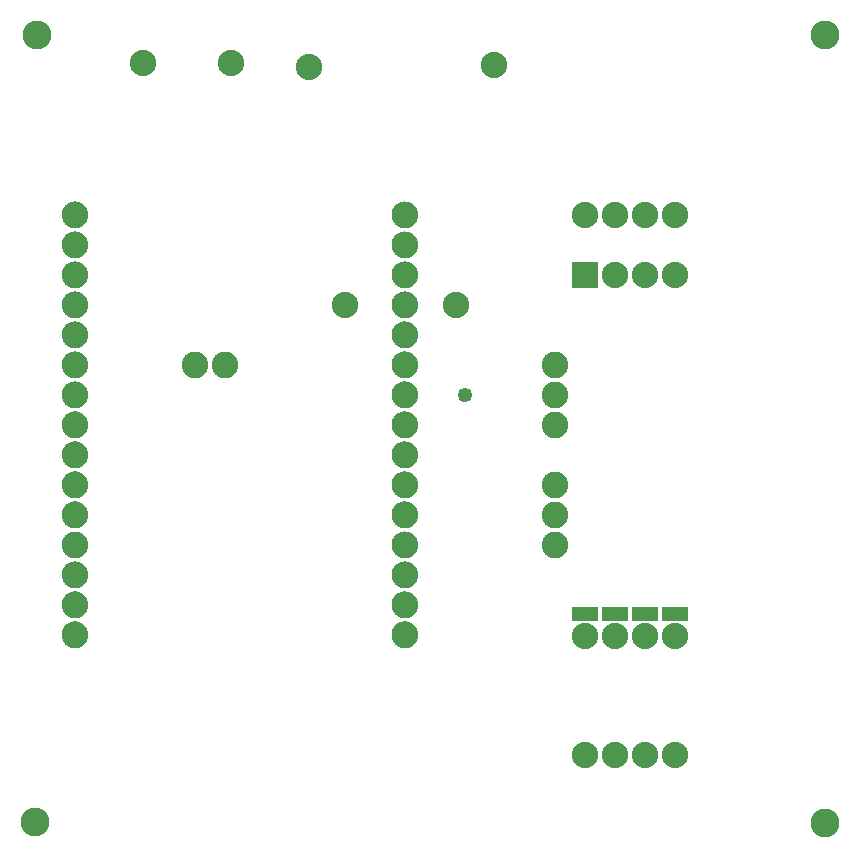
<source format=gbs>
G04 MADE WITH FRITZING*
G04 WWW.FRITZING.ORG*
G04 DOUBLE SIDED*
G04 HOLES PLATED*
G04 CONTOUR ON CENTER OF CONTOUR VECTOR*
%ASAXBY*%
%FSLAX23Y23*%
%MOIN*%
%OFA0B0*%
%SFA1.0B1.0*%
%ADD10C,0.088000*%
%ADD11C,0.088028*%
%ADD12C,0.096614*%
%ADD13C,0.088740*%
%ADD14C,0.049370*%
%ADD15R,0.087986X0.087944*%
%ADD16R,0.088000X0.051127*%
%ADD17R,0.001000X0.001000*%
%LNMASK0*%
G90*
G70*
G54D10*
X420Y2597D03*
X713Y2597D03*
X973Y2586D03*
X1591Y2591D03*
X1463Y1791D03*
X1095Y1792D03*
X420Y2597D03*
X713Y2597D03*
X973Y2586D03*
X1591Y2591D03*
X1463Y1791D03*
X1095Y1792D03*
G54D11*
X2195Y1892D03*
G54D10*
X2095Y1892D03*
X1995Y1892D03*
X1894Y1892D03*
G54D12*
X69Y2692D03*
X61Y67D03*
X2695Y65D03*
X2695Y2692D03*
G54D13*
X695Y1592D03*
X595Y1592D03*
X1795Y992D03*
X1795Y1092D03*
X1795Y1192D03*
X1795Y1392D03*
X1795Y1492D03*
X195Y1592D03*
X195Y1492D03*
X195Y1692D03*
X195Y1392D03*
X195Y1792D03*
X1795Y1592D03*
X195Y792D03*
X195Y2092D03*
X195Y1892D03*
X195Y1992D03*
X195Y892D03*
X1295Y1692D03*
X1295Y1492D03*
X1295Y792D03*
X1295Y692D03*
X1295Y1592D03*
X1295Y1392D03*
X1295Y1092D03*
X1295Y1292D03*
X1295Y1192D03*
X1295Y892D03*
X195Y692D03*
X195Y1292D03*
X1295Y1992D03*
X195Y992D03*
X195Y1192D03*
X195Y1092D03*
X1295Y992D03*
X1295Y1792D03*
X1295Y1892D03*
X1295Y2092D03*
G54D14*
X1495Y1493D03*
G54D10*
X1895Y2092D03*
X1995Y2092D03*
X2095Y2092D03*
X2195Y2092D03*
X2195Y687D03*
X2095Y687D03*
X1995Y687D03*
X1895Y687D03*
X1895Y292D03*
X1996Y292D03*
X2094Y292D03*
X2195Y292D03*
G54D15*
X1895Y1892D03*
G54D16*
X2195Y762D03*
X2095Y762D03*
X1995Y762D03*
X1895Y762D03*
G54D17*
X192Y2137D02*
X196Y2137D01*
X1291Y2137D02*
X1295Y2137D01*
X185Y2136D02*
X203Y2136D01*
X1284Y2136D02*
X1302Y2136D01*
X181Y2135D02*
X207Y2135D01*
X1280Y2135D02*
X1306Y2135D01*
X178Y2134D02*
X210Y2134D01*
X1278Y2134D02*
X1309Y2134D01*
X176Y2133D02*
X212Y2133D01*
X1275Y2133D02*
X1311Y2133D01*
X174Y2132D02*
X214Y2132D01*
X1273Y2132D02*
X1313Y2132D01*
X172Y2131D02*
X216Y2131D01*
X1271Y2131D02*
X1315Y2131D01*
X171Y2130D02*
X217Y2130D01*
X1270Y2130D02*
X1316Y2130D01*
X169Y2129D02*
X219Y2129D01*
X1268Y2129D02*
X1318Y2129D01*
X168Y2128D02*
X220Y2128D01*
X1267Y2128D02*
X1319Y2128D01*
X167Y2127D02*
X221Y2127D01*
X1266Y2127D02*
X1321Y2127D01*
X165Y2126D02*
X223Y2126D01*
X1265Y2126D02*
X1322Y2126D01*
X164Y2125D02*
X224Y2125D01*
X1263Y2125D02*
X1323Y2125D01*
X163Y2124D02*
X225Y2124D01*
X1262Y2124D02*
X1324Y2124D01*
X162Y2123D02*
X226Y2123D01*
X1261Y2123D02*
X1325Y2123D01*
X161Y2122D02*
X227Y2122D01*
X1261Y2122D02*
X1326Y2122D01*
X161Y2121D02*
X227Y2121D01*
X1260Y2121D02*
X1327Y2121D01*
X160Y2120D02*
X228Y2120D01*
X1259Y2120D02*
X1327Y2120D01*
X159Y2119D02*
X229Y2119D01*
X1258Y2119D02*
X1328Y2119D01*
X158Y2118D02*
X230Y2118D01*
X1258Y2118D02*
X1329Y2118D01*
X158Y2117D02*
X230Y2117D01*
X1257Y2117D02*
X1329Y2117D01*
X157Y2116D02*
X231Y2116D01*
X1256Y2116D02*
X1330Y2116D01*
X156Y2115D02*
X231Y2115D01*
X1256Y2115D02*
X1331Y2115D01*
X156Y2114D02*
X232Y2114D01*
X1255Y2114D02*
X1331Y2114D01*
X155Y2113D02*
X233Y2113D01*
X1255Y2113D02*
X1332Y2113D01*
X155Y2112D02*
X233Y2112D01*
X1254Y2112D02*
X1332Y2112D01*
X154Y2111D02*
X234Y2111D01*
X1254Y2111D02*
X1333Y2111D01*
X154Y2110D02*
X234Y2110D01*
X1253Y2110D02*
X1333Y2110D01*
X154Y2109D02*
X234Y2109D01*
X1253Y2109D02*
X1334Y2109D01*
X153Y2108D02*
X235Y2108D01*
X1252Y2108D02*
X1334Y2108D01*
X153Y2107D02*
X235Y2107D01*
X1252Y2107D02*
X1334Y2107D01*
X153Y2106D02*
X235Y2106D01*
X1252Y2106D02*
X1335Y2106D01*
X152Y2105D02*
X236Y2105D01*
X1251Y2105D02*
X1335Y2105D01*
X152Y2104D02*
X236Y2104D01*
X1251Y2104D02*
X1335Y2104D01*
X152Y2103D02*
X236Y2103D01*
X1251Y2103D02*
X1335Y2103D01*
X152Y2102D02*
X236Y2102D01*
X1251Y2102D02*
X1336Y2102D01*
X151Y2101D02*
X237Y2101D01*
X1251Y2101D02*
X1336Y2101D01*
X151Y2100D02*
X237Y2100D01*
X1250Y2100D02*
X1336Y2100D01*
X151Y2099D02*
X237Y2099D01*
X1250Y2099D02*
X1336Y2099D01*
X151Y2098D02*
X237Y2098D01*
X1250Y2098D02*
X1336Y2098D01*
X151Y2097D02*
X237Y2097D01*
X1250Y2097D02*
X1336Y2097D01*
X151Y2096D02*
X237Y2096D01*
X1250Y2096D02*
X1336Y2096D01*
X151Y2095D02*
X237Y2095D01*
X1250Y2095D02*
X1336Y2095D01*
X151Y2094D02*
X237Y2094D01*
X1250Y2094D02*
X1336Y2094D01*
X151Y2093D02*
X237Y2093D01*
X1250Y2093D02*
X1337Y2093D01*
X151Y2092D02*
X237Y2092D01*
X1250Y2092D02*
X1336Y2092D01*
X151Y2091D02*
X237Y2091D01*
X1250Y2091D02*
X1336Y2091D01*
X151Y2090D02*
X237Y2090D01*
X1250Y2090D02*
X1336Y2090D01*
X151Y2089D02*
X237Y2089D01*
X1250Y2089D02*
X1336Y2089D01*
X151Y2088D02*
X237Y2088D01*
X1250Y2088D02*
X1336Y2088D01*
X151Y2087D02*
X237Y2087D01*
X1250Y2087D02*
X1336Y2087D01*
X151Y2086D02*
X237Y2086D01*
X1250Y2086D02*
X1336Y2086D01*
X151Y2085D02*
X236Y2085D01*
X1251Y2085D02*
X1336Y2085D01*
X152Y2084D02*
X236Y2084D01*
X1251Y2084D02*
X1335Y2084D01*
X152Y2083D02*
X236Y2083D01*
X1251Y2083D02*
X1335Y2083D01*
X152Y2082D02*
X236Y2082D01*
X1251Y2082D02*
X1335Y2082D01*
X152Y2081D02*
X236Y2081D01*
X1252Y2081D02*
X1335Y2081D01*
X153Y2080D02*
X235Y2080D01*
X1252Y2080D02*
X1334Y2080D01*
X153Y2079D02*
X235Y2079D01*
X1252Y2079D02*
X1334Y2079D01*
X153Y2078D02*
X235Y2078D01*
X1253Y2078D02*
X1334Y2078D01*
X154Y2077D02*
X234Y2077D01*
X1253Y2077D02*
X1333Y2077D01*
X154Y2076D02*
X234Y2076D01*
X1253Y2076D02*
X1333Y2076D01*
X155Y2075D02*
X233Y2075D01*
X1254Y2075D02*
X1333Y2075D01*
X155Y2074D02*
X233Y2074D01*
X1254Y2074D02*
X1332Y2074D01*
X156Y2073D02*
X232Y2073D01*
X1255Y2073D02*
X1332Y2073D01*
X156Y2072D02*
X232Y2072D01*
X1255Y2072D02*
X1331Y2072D01*
X157Y2071D02*
X231Y2071D01*
X1256Y2071D02*
X1330Y2071D01*
X157Y2070D02*
X231Y2070D01*
X1257Y2070D02*
X1330Y2070D01*
X158Y2069D02*
X230Y2069D01*
X1257Y2069D02*
X1329Y2069D01*
X159Y2068D02*
X229Y2068D01*
X1258Y2068D02*
X1328Y2068D01*
X159Y2067D02*
X229Y2067D01*
X1259Y2067D02*
X1328Y2067D01*
X160Y2066D02*
X228Y2066D01*
X1259Y2066D02*
X1327Y2066D01*
X161Y2065D02*
X227Y2065D01*
X1260Y2065D02*
X1326Y2065D01*
X162Y2064D02*
X226Y2064D01*
X1261Y2064D02*
X1325Y2064D01*
X163Y2063D02*
X225Y2063D01*
X1262Y2063D02*
X1324Y2063D01*
X164Y2062D02*
X224Y2062D01*
X1263Y2062D02*
X1324Y2062D01*
X165Y2061D02*
X223Y2061D01*
X1264Y2061D02*
X1322Y2061D01*
X166Y2060D02*
X222Y2060D01*
X1265Y2060D02*
X1321Y2060D01*
X167Y2059D02*
X221Y2059D01*
X1266Y2059D02*
X1320Y2059D01*
X168Y2058D02*
X220Y2058D01*
X1268Y2058D02*
X1319Y2058D01*
X170Y2057D02*
X218Y2057D01*
X1269Y2057D02*
X1317Y2057D01*
X171Y2056D02*
X217Y2056D01*
X1271Y2056D02*
X1316Y2056D01*
X173Y2055D02*
X215Y2055D01*
X1272Y2055D02*
X1314Y2055D01*
X175Y2054D02*
X213Y2054D01*
X1274Y2054D02*
X1312Y2054D01*
X177Y2053D02*
X211Y2053D01*
X1276Y2053D02*
X1310Y2053D01*
X179Y2052D02*
X208Y2052D01*
X1279Y2052D02*
X1308Y2052D01*
X183Y2051D02*
X205Y2051D01*
X1282Y2051D02*
X1304Y2051D01*
X187Y2050D02*
X201Y2050D01*
X1286Y2050D02*
X1300Y2050D01*
X192Y2037D02*
X196Y2037D01*
X1291Y2037D02*
X1295Y2037D01*
X185Y2036D02*
X203Y2036D01*
X1284Y2036D02*
X1302Y2036D01*
X181Y2035D02*
X207Y2035D01*
X1280Y2035D02*
X1306Y2035D01*
X178Y2034D02*
X210Y2034D01*
X1277Y2034D02*
X1309Y2034D01*
X176Y2033D02*
X212Y2033D01*
X1275Y2033D02*
X1311Y2033D01*
X174Y2032D02*
X214Y2032D01*
X1273Y2032D02*
X1313Y2032D01*
X172Y2031D02*
X216Y2031D01*
X1271Y2031D02*
X1315Y2031D01*
X171Y2030D02*
X217Y2030D01*
X1270Y2030D02*
X1316Y2030D01*
X169Y2029D02*
X219Y2029D01*
X1268Y2029D02*
X1318Y2029D01*
X168Y2028D02*
X220Y2028D01*
X1267Y2028D02*
X1319Y2028D01*
X166Y2027D02*
X221Y2027D01*
X1266Y2027D02*
X1321Y2027D01*
X165Y2026D02*
X223Y2026D01*
X1265Y2026D02*
X1322Y2026D01*
X164Y2025D02*
X224Y2025D01*
X1263Y2025D02*
X1323Y2025D01*
X163Y2024D02*
X225Y2024D01*
X1262Y2024D02*
X1324Y2024D01*
X162Y2023D02*
X226Y2023D01*
X1261Y2023D02*
X1325Y2023D01*
X161Y2022D02*
X227Y2022D01*
X1261Y2022D02*
X1326Y2022D01*
X161Y2021D02*
X227Y2021D01*
X1260Y2021D02*
X1327Y2021D01*
X160Y2020D02*
X228Y2020D01*
X1259Y2020D02*
X1327Y2020D01*
X159Y2019D02*
X229Y2019D01*
X1258Y2019D02*
X1328Y2019D01*
X158Y2018D02*
X230Y2018D01*
X1258Y2018D02*
X1329Y2018D01*
X158Y2017D02*
X230Y2017D01*
X1257Y2017D02*
X1329Y2017D01*
X157Y2016D02*
X231Y2016D01*
X1256Y2016D02*
X1330Y2016D01*
X156Y2015D02*
X231Y2015D01*
X1256Y2015D02*
X1331Y2015D01*
X156Y2014D02*
X232Y2014D01*
X1255Y2014D02*
X1331Y2014D01*
X155Y2013D02*
X233Y2013D01*
X1255Y2013D02*
X1332Y2013D01*
X155Y2012D02*
X233Y2012D01*
X1254Y2012D02*
X1332Y2012D01*
X154Y2011D02*
X234Y2011D01*
X1254Y2011D02*
X1333Y2011D01*
X154Y2010D02*
X234Y2010D01*
X1253Y2010D02*
X1333Y2010D01*
X154Y2009D02*
X234Y2009D01*
X1253Y2009D02*
X1334Y2009D01*
X153Y2008D02*
X235Y2008D01*
X1252Y2008D02*
X1334Y2008D01*
X153Y2007D02*
X235Y2007D01*
X1252Y2007D02*
X1334Y2007D01*
X153Y2006D02*
X235Y2006D01*
X1252Y2006D02*
X1335Y2006D01*
X152Y2005D02*
X236Y2005D01*
X1251Y2005D02*
X1335Y2005D01*
X152Y2004D02*
X236Y2004D01*
X1251Y2004D02*
X1335Y2004D01*
X152Y2003D02*
X236Y2003D01*
X1251Y2003D02*
X1335Y2003D01*
X152Y2002D02*
X236Y2002D01*
X1251Y2002D02*
X1336Y2002D01*
X151Y2001D02*
X237Y2001D01*
X1251Y2001D02*
X1336Y2001D01*
X151Y2000D02*
X237Y2000D01*
X1250Y2000D02*
X1336Y2000D01*
X151Y1999D02*
X237Y1999D01*
X1250Y1999D02*
X1336Y1999D01*
X151Y1998D02*
X237Y1998D01*
X1250Y1998D02*
X1336Y1998D01*
X151Y1997D02*
X237Y1997D01*
X1250Y1997D02*
X1336Y1997D01*
X151Y1996D02*
X237Y1996D01*
X1250Y1996D02*
X1336Y1996D01*
X151Y1995D02*
X237Y1995D01*
X1250Y1995D02*
X1336Y1995D01*
X151Y1994D02*
X237Y1994D01*
X1250Y1994D02*
X1336Y1994D01*
X151Y1993D02*
X237Y1993D01*
X1250Y1993D02*
X1337Y1993D01*
X151Y1992D02*
X237Y1992D01*
X1250Y1992D02*
X1336Y1992D01*
X151Y1991D02*
X237Y1991D01*
X1250Y1991D02*
X1336Y1991D01*
X151Y1990D02*
X237Y1990D01*
X1250Y1990D02*
X1336Y1990D01*
X151Y1989D02*
X237Y1989D01*
X1250Y1989D02*
X1336Y1989D01*
X151Y1988D02*
X237Y1988D01*
X1250Y1988D02*
X1336Y1988D01*
X151Y1987D02*
X237Y1987D01*
X1250Y1987D02*
X1336Y1987D01*
X151Y1986D02*
X237Y1986D01*
X1250Y1986D02*
X1336Y1986D01*
X151Y1985D02*
X236Y1985D01*
X1251Y1985D02*
X1336Y1985D01*
X152Y1984D02*
X236Y1984D01*
X1251Y1984D02*
X1335Y1984D01*
X152Y1983D02*
X236Y1983D01*
X1251Y1983D02*
X1335Y1983D01*
X152Y1982D02*
X236Y1982D01*
X1251Y1982D02*
X1335Y1982D01*
X152Y1981D02*
X236Y1981D01*
X1252Y1981D02*
X1335Y1981D01*
X153Y1980D02*
X235Y1980D01*
X1252Y1980D02*
X1334Y1980D01*
X153Y1979D02*
X235Y1979D01*
X1252Y1979D02*
X1334Y1979D01*
X153Y1978D02*
X235Y1978D01*
X1253Y1978D02*
X1334Y1978D01*
X154Y1977D02*
X234Y1977D01*
X1253Y1977D02*
X1333Y1977D01*
X154Y1976D02*
X234Y1976D01*
X1253Y1976D02*
X1333Y1976D01*
X155Y1975D02*
X233Y1975D01*
X1254Y1975D02*
X1333Y1975D01*
X155Y1974D02*
X233Y1974D01*
X1254Y1974D02*
X1332Y1974D01*
X156Y1973D02*
X232Y1973D01*
X1255Y1973D02*
X1332Y1973D01*
X156Y1972D02*
X232Y1972D01*
X1255Y1972D02*
X1331Y1972D01*
X157Y1971D02*
X231Y1971D01*
X1256Y1971D02*
X1330Y1971D01*
X157Y1970D02*
X231Y1970D01*
X1257Y1970D02*
X1330Y1970D01*
X158Y1969D02*
X230Y1969D01*
X1257Y1969D02*
X1329Y1969D01*
X159Y1968D02*
X229Y1968D01*
X1258Y1968D02*
X1328Y1968D01*
X159Y1967D02*
X229Y1967D01*
X1259Y1967D02*
X1328Y1967D01*
X160Y1966D02*
X228Y1966D01*
X1259Y1966D02*
X1327Y1966D01*
X161Y1965D02*
X227Y1965D01*
X1260Y1965D02*
X1326Y1965D01*
X162Y1964D02*
X226Y1964D01*
X1261Y1964D02*
X1325Y1964D01*
X163Y1963D02*
X225Y1963D01*
X1262Y1963D02*
X1324Y1963D01*
X164Y1962D02*
X224Y1962D01*
X1263Y1962D02*
X1323Y1962D01*
X165Y1961D02*
X223Y1961D01*
X1264Y1961D02*
X1322Y1961D01*
X166Y1960D02*
X222Y1960D01*
X1265Y1960D02*
X1321Y1960D01*
X167Y1959D02*
X221Y1959D01*
X1266Y1959D02*
X1320Y1959D01*
X168Y1958D02*
X219Y1958D01*
X1268Y1958D02*
X1319Y1958D01*
X170Y1957D02*
X218Y1957D01*
X1269Y1957D02*
X1317Y1957D01*
X171Y1956D02*
X217Y1956D01*
X1271Y1956D02*
X1316Y1956D01*
X173Y1955D02*
X215Y1955D01*
X1272Y1955D02*
X1314Y1955D01*
X175Y1954D02*
X213Y1954D01*
X1274Y1954D02*
X1312Y1954D01*
X177Y1953D02*
X211Y1953D01*
X1276Y1953D02*
X1310Y1953D01*
X180Y1952D02*
X208Y1952D01*
X1279Y1952D02*
X1308Y1952D01*
X183Y1951D02*
X205Y1951D01*
X1282Y1951D02*
X1304Y1951D01*
X187Y1950D02*
X200Y1950D01*
X1287Y1950D02*
X1300Y1950D01*
X191Y1937D02*
X197Y1937D01*
X1290Y1937D02*
X1296Y1937D01*
X185Y1936D02*
X203Y1936D01*
X1284Y1936D02*
X1302Y1936D01*
X181Y1935D02*
X207Y1935D01*
X1280Y1935D02*
X1306Y1935D01*
X178Y1934D02*
X210Y1934D01*
X1277Y1934D02*
X1309Y1934D01*
X176Y1933D02*
X212Y1933D01*
X1275Y1933D02*
X1311Y1933D01*
X174Y1932D02*
X214Y1932D01*
X1273Y1932D02*
X1313Y1932D01*
X172Y1931D02*
X216Y1931D01*
X1271Y1931D02*
X1315Y1931D01*
X171Y1930D02*
X217Y1930D01*
X1270Y1930D02*
X1317Y1930D01*
X169Y1929D02*
X219Y1929D01*
X1268Y1929D02*
X1318Y1929D01*
X168Y1928D02*
X220Y1928D01*
X1267Y1928D02*
X1319Y1928D01*
X166Y1927D02*
X221Y1927D01*
X1266Y1927D02*
X1321Y1927D01*
X165Y1926D02*
X223Y1926D01*
X1264Y1926D02*
X1322Y1926D01*
X164Y1925D02*
X224Y1925D01*
X1263Y1925D02*
X1323Y1925D01*
X163Y1924D02*
X225Y1924D01*
X1262Y1924D02*
X1324Y1924D01*
X162Y1923D02*
X226Y1923D01*
X1261Y1923D02*
X1325Y1923D01*
X161Y1922D02*
X227Y1922D01*
X1261Y1922D02*
X1326Y1922D01*
X160Y1921D02*
X227Y1921D01*
X1260Y1921D02*
X1327Y1921D01*
X160Y1920D02*
X228Y1920D01*
X1259Y1920D02*
X1327Y1920D01*
X159Y1919D02*
X229Y1919D01*
X1258Y1919D02*
X1328Y1919D01*
X158Y1918D02*
X230Y1918D01*
X1257Y1918D02*
X1329Y1918D01*
X158Y1917D02*
X230Y1917D01*
X1257Y1917D02*
X1329Y1917D01*
X157Y1916D02*
X231Y1916D01*
X1256Y1916D02*
X1330Y1916D01*
X156Y1915D02*
X232Y1915D01*
X1256Y1915D02*
X1331Y1915D01*
X156Y1914D02*
X232Y1914D01*
X1255Y1914D02*
X1331Y1914D01*
X155Y1913D02*
X233Y1913D01*
X1255Y1913D02*
X1332Y1913D01*
X155Y1912D02*
X233Y1912D01*
X1254Y1912D02*
X1332Y1912D01*
X154Y1911D02*
X234Y1911D01*
X1254Y1911D02*
X1333Y1911D01*
X154Y1910D02*
X234Y1910D01*
X1253Y1910D02*
X1333Y1910D01*
X154Y1909D02*
X234Y1909D01*
X1253Y1909D02*
X1334Y1909D01*
X153Y1908D02*
X235Y1908D01*
X1252Y1908D02*
X1334Y1908D01*
X153Y1907D02*
X235Y1907D01*
X1252Y1907D02*
X1334Y1907D01*
X153Y1906D02*
X235Y1906D01*
X1252Y1906D02*
X1335Y1906D01*
X152Y1905D02*
X236Y1905D01*
X1251Y1905D02*
X1335Y1905D01*
X152Y1904D02*
X236Y1904D01*
X1251Y1904D02*
X1335Y1904D01*
X152Y1903D02*
X236Y1903D01*
X1251Y1903D02*
X1335Y1903D01*
X152Y1902D02*
X236Y1902D01*
X1251Y1902D02*
X1336Y1902D01*
X151Y1901D02*
X237Y1901D01*
X1251Y1901D02*
X1336Y1901D01*
X151Y1900D02*
X237Y1900D01*
X1250Y1900D02*
X1336Y1900D01*
X151Y1899D02*
X237Y1899D01*
X1250Y1899D02*
X1336Y1899D01*
X151Y1898D02*
X237Y1898D01*
X1250Y1898D02*
X1336Y1898D01*
X151Y1897D02*
X237Y1897D01*
X1250Y1897D02*
X1336Y1897D01*
X151Y1896D02*
X237Y1896D01*
X1250Y1896D02*
X1336Y1896D01*
X151Y1895D02*
X237Y1895D01*
X1250Y1895D02*
X1336Y1895D01*
X151Y1894D02*
X237Y1894D01*
X1250Y1894D02*
X1336Y1894D01*
X151Y1893D02*
X237Y1893D01*
X1250Y1893D02*
X1337Y1893D01*
X151Y1892D02*
X237Y1892D01*
X1250Y1892D02*
X1336Y1892D01*
X151Y1891D02*
X237Y1891D01*
X1250Y1891D02*
X1336Y1891D01*
X151Y1890D02*
X237Y1890D01*
X1250Y1890D02*
X1336Y1890D01*
X151Y1889D02*
X237Y1889D01*
X1250Y1889D02*
X1336Y1889D01*
X151Y1888D02*
X237Y1888D01*
X1250Y1888D02*
X1336Y1888D01*
X151Y1887D02*
X237Y1887D01*
X1250Y1887D02*
X1336Y1887D01*
X151Y1886D02*
X237Y1886D01*
X1250Y1886D02*
X1336Y1886D01*
X151Y1885D02*
X236Y1885D01*
X1251Y1885D02*
X1336Y1885D01*
X152Y1884D02*
X236Y1884D01*
X1251Y1884D02*
X1335Y1884D01*
X152Y1883D02*
X236Y1883D01*
X1251Y1883D02*
X1335Y1883D01*
X152Y1882D02*
X236Y1882D01*
X1251Y1882D02*
X1335Y1882D01*
X152Y1881D02*
X236Y1881D01*
X1252Y1881D02*
X1335Y1881D01*
X153Y1880D02*
X235Y1880D01*
X1252Y1880D02*
X1334Y1880D01*
X153Y1879D02*
X235Y1879D01*
X1252Y1879D02*
X1334Y1879D01*
X153Y1878D02*
X235Y1878D01*
X1253Y1878D02*
X1334Y1878D01*
X154Y1877D02*
X234Y1877D01*
X1253Y1877D02*
X1333Y1877D01*
X154Y1876D02*
X234Y1876D01*
X1253Y1876D02*
X1333Y1876D01*
X155Y1875D02*
X233Y1875D01*
X1254Y1875D02*
X1333Y1875D01*
X155Y1874D02*
X233Y1874D01*
X1254Y1874D02*
X1332Y1874D01*
X156Y1873D02*
X232Y1873D01*
X1255Y1873D02*
X1332Y1873D01*
X156Y1872D02*
X232Y1872D01*
X1255Y1872D02*
X1331Y1872D01*
X157Y1871D02*
X231Y1871D01*
X1256Y1871D02*
X1330Y1871D01*
X157Y1870D02*
X231Y1870D01*
X1257Y1870D02*
X1330Y1870D01*
X158Y1869D02*
X230Y1869D01*
X1257Y1869D02*
X1329Y1869D01*
X159Y1868D02*
X229Y1868D01*
X1258Y1868D02*
X1328Y1868D01*
X159Y1867D02*
X228Y1867D01*
X1259Y1867D02*
X1328Y1867D01*
X160Y1866D02*
X228Y1866D01*
X1259Y1866D02*
X1327Y1866D01*
X161Y1865D02*
X227Y1865D01*
X1260Y1865D02*
X1326Y1865D01*
X162Y1864D02*
X226Y1864D01*
X1261Y1864D02*
X1325Y1864D01*
X163Y1863D02*
X225Y1863D01*
X1262Y1863D02*
X1324Y1863D01*
X164Y1862D02*
X224Y1862D01*
X1263Y1862D02*
X1323Y1862D01*
X165Y1861D02*
X223Y1861D01*
X1264Y1861D02*
X1322Y1861D01*
X166Y1860D02*
X222Y1860D01*
X1265Y1860D02*
X1321Y1860D01*
X167Y1859D02*
X221Y1859D01*
X1266Y1859D02*
X1320Y1859D01*
X168Y1858D02*
X219Y1858D01*
X1268Y1858D02*
X1319Y1858D01*
X170Y1857D02*
X218Y1857D01*
X1269Y1857D02*
X1317Y1857D01*
X171Y1856D02*
X216Y1856D01*
X1271Y1856D02*
X1316Y1856D01*
X173Y1855D02*
X215Y1855D01*
X1272Y1855D02*
X1314Y1855D01*
X175Y1854D02*
X213Y1854D01*
X1274Y1854D02*
X1312Y1854D01*
X177Y1853D02*
X211Y1853D01*
X1276Y1853D02*
X1310Y1853D01*
X180Y1852D02*
X208Y1852D01*
X1279Y1852D02*
X1307Y1852D01*
X183Y1851D02*
X205Y1851D01*
X1282Y1851D02*
X1304Y1851D01*
X188Y1850D02*
X200Y1850D01*
X1287Y1850D02*
X1299Y1850D01*
X191Y1837D02*
X197Y1837D01*
X1290Y1837D02*
X1297Y1837D01*
X185Y1836D02*
X203Y1836D01*
X1284Y1836D02*
X1303Y1836D01*
X181Y1835D02*
X207Y1835D01*
X1280Y1835D02*
X1306Y1835D01*
X178Y1834D02*
X210Y1834D01*
X1277Y1834D02*
X1309Y1834D01*
X176Y1833D02*
X212Y1833D01*
X1275Y1833D02*
X1311Y1833D01*
X174Y1832D02*
X214Y1832D01*
X1273Y1832D02*
X1313Y1832D01*
X172Y1831D02*
X216Y1831D01*
X1271Y1831D02*
X1315Y1831D01*
X171Y1830D02*
X217Y1830D01*
X1270Y1830D02*
X1317Y1830D01*
X169Y1829D02*
X219Y1829D01*
X1268Y1829D02*
X1318Y1829D01*
X168Y1828D02*
X220Y1828D01*
X1267Y1828D02*
X1319Y1828D01*
X166Y1827D02*
X222Y1827D01*
X1266Y1827D02*
X1321Y1827D01*
X165Y1826D02*
X223Y1826D01*
X1264Y1826D02*
X1322Y1826D01*
X164Y1825D02*
X224Y1825D01*
X1263Y1825D02*
X1323Y1825D01*
X163Y1824D02*
X225Y1824D01*
X1262Y1824D02*
X1324Y1824D01*
X162Y1823D02*
X226Y1823D01*
X1261Y1823D02*
X1325Y1823D01*
X161Y1822D02*
X227Y1822D01*
X1261Y1822D02*
X1326Y1822D01*
X160Y1821D02*
X227Y1821D01*
X1260Y1821D02*
X1327Y1821D01*
X160Y1820D02*
X228Y1820D01*
X1259Y1820D02*
X1327Y1820D01*
X159Y1819D02*
X229Y1819D01*
X1258Y1819D02*
X1328Y1819D01*
X158Y1818D02*
X230Y1818D01*
X1257Y1818D02*
X1329Y1818D01*
X158Y1817D02*
X230Y1817D01*
X1257Y1817D02*
X1329Y1817D01*
X157Y1816D02*
X231Y1816D01*
X1256Y1816D02*
X1330Y1816D01*
X156Y1815D02*
X232Y1815D01*
X1256Y1815D02*
X1331Y1815D01*
X156Y1814D02*
X232Y1814D01*
X1255Y1814D02*
X1331Y1814D01*
X155Y1813D02*
X233Y1813D01*
X1255Y1813D02*
X1332Y1813D01*
X155Y1812D02*
X233Y1812D01*
X1254Y1812D02*
X1332Y1812D01*
X154Y1811D02*
X234Y1811D01*
X1254Y1811D02*
X1333Y1811D01*
X154Y1810D02*
X234Y1810D01*
X1253Y1810D02*
X1333Y1810D01*
X154Y1809D02*
X234Y1809D01*
X1253Y1809D02*
X1334Y1809D01*
X153Y1808D02*
X235Y1808D01*
X1252Y1808D02*
X1334Y1808D01*
X153Y1807D02*
X235Y1807D01*
X1252Y1807D02*
X1334Y1807D01*
X153Y1806D02*
X235Y1806D01*
X1252Y1806D02*
X1335Y1806D01*
X152Y1805D02*
X236Y1805D01*
X1251Y1805D02*
X1335Y1805D01*
X152Y1804D02*
X236Y1804D01*
X1251Y1804D02*
X1335Y1804D01*
X152Y1803D02*
X236Y1803D01*
X1251Y1803D02*
X1335Y1803D01*
X152Y1802D02*
X236Y1802D01*
X1251Y1802D02*
X1336Y1802D01*
X151Y1801D02*
X237Y1801D01*
X1251Y1801D02*
X1336Y1801D01*
X151Y1800D02*
X237Y1800D01*
X1250Y1800D02*
X1336Y1800D01*
X151Y1799D02*
X237Y1799D01*
X1250Y1799D02*
X1336Y1799D01*
X151Y1798D02*
X237Y1798D01*
X1250Y1798D02*
X1336Y1798D01*
X151Y1797D02*
X237Y1797D01*
X1250Y1797D02*
X1336Y1797D01*
X151Y1796D02*
X237Y1796D01*
X1250Y1796D02*
X1336Y1796D01*
X151Y1795D02*
X237Y1795D01*
X1250Y1795D02*
X1336Y1795D01*
X151Y1794D02*
X237Y1794D01*
X1250Y1794D02*
X1336Y1794D01*
X151Y1793D02*
X237Y1793D01*
X1250Y1793D02*
X1337Y1793D01*
X151Y1792D02*
X237Y1792D01*
X1250Y1792D02*
X1336Y1792D01*
X151Y1791D02*
X237Y1791D01*
X1250Y1791D02*
X1336Y1791D01*
X151Y1790D02*
X237Y1790D01*
X1250Y1790D02*
X1336Y1790D01*
X151Y1789D02*
X237Y1789D01*
X1250Y1789D02*
X1336Y1789D01*
X151Y1788D02*
X237Y1788D01*
X1250Y1788D02*
X1336Y1788D01*
X151Y1787D02*
X237Y1787D01*
X1250Y1787D02*
X1336Y1787D01*
X151Y1786D02*
X237Y1786D01*
X1250Y1786D02*
X1336Y1786D01*
X151Y1785D02*
X236Y1785D01*
X1251Y1785D02*
X1336Y1785D01*
X152Y1784D02*
X236Y1784D01*
X1251Y1784D02*
X1335Y1784D01*
X152Y1783D02*
X236Y1783D01*
X1251Y1783D02*
X1335Y1783D01*
X152Y1782D02*
X236Y1782D01*
X1251Y1782D02*
X1335Y1782D01*
X152Y1781D02*
X236Y1781D01*
X1252Y1781D02*
X1335Y1781D01*
X153Y1780D02*
X235Y1780D01*
X1252Y1780D02*
X1334Y1780D01*
X153Y1779D02*
X235Y1779D01*
X1252Y1779D02*
X1334Y1779D01*
X153Y1778D02*
X235Y1778D01*
X1253Y1778D02*
X1334Y1778D01*
X154Y1777D02*
X234Y1777D01*
X1253Y1777D02*
X1333Y1777D01*
X154Y1776D02*
X234Y1776D01*
X1253Y1776D02*
X1333Y1776D01*
X155Y1775D02*
X233Y1775D01*
X1254Y1775D02*
X1332Y1775D01*
X155Y1774D02*
X233Y1774D01*
X1254Y1774D02*
X1332Y1774D01*
X156Y1773D02*
X232Y1773D01*
X1255Y1773D02*
X1332Y1773D01*
X156Y1772D02*
X232Y1772D01*
X1255Y1772D02*
X1331Y1772D01*
X157Y1771D02*
X231Y1771D01*
X1256Y1771D02*
X1330Y1771D01*
X157Y1770D02*
X231Y1770D01*
X1257Y1770D02*
X1330Y1770D01*
X158Y1769D02*
X230Y1769D01*
X1257Y1769D02*
X1329Y1769D01*
X159Y1768D02*
X229Y1768D01*
X1258Y1768D02*
X1328Y1768D01*
X159Y1767D02*
X228Y1767D01*
X1259Y1767D02*
X1328Y1767D01*
X160Y1766D02*
X228Y1766D01*
X1259Y1766D02*
X1327Y1766D01*
X161Y1765D02*
X227Y1765D01*
X1260Y1765D02*
X1326Y1765D01*
X162Y1764D02*
X226Y1764D01*
X1261Y1764D02*
X1325Y1764D01*
X163Y1763D02*
X225Y1763D01*
X1262Y1763D02*
X1324Y1763D01*
X164Y1762D02*
X224Y1762D01*
X1263Y1762D02*
X1323Y1762D01*
X165Y1761D02*
X223Y1761D01*
X1264Y1761D02*
X1322Y1761D01*
X166Y1760D02*
X222Y1760D01*
X1265Y1760D02*
X1321Y1760D01*
X167Y1759D02*
X221Y1759D01*
X1266Y1759D02*
X1320Y1759D01*
X169Y1758D02*
X219Y1758D01*
X1268Y1758D02*
X1319Y1758D01*
X170Y1757D02*
X218Y1757D01*
X1269Y1757D02*
X1317Y1757D01*
X172Y1756D02*
X216Y1756D01*
X1271Y1756D02*
X1316Y1756D01*
X173Y1755D02*
X215Y1755D01*
X1272Y1755D02*
X1314Y1755D01*
X175Y1754D02*
X213Y1754D01*
X1274Y1754D02*
X1312Y1754D01*
X177Y1753D02*
X211Y1753D01*
X1276Y1753D02*
X1310Y1753D01*
X180Y1752D02*
X208Y1752D01*
X1279Y1752D02*
X1307Y1752D01*
X183Y1751D02*
X205Y1751D01*
X1282Y1751D02*
X1304Y1751D01*
X188Y1750D02*
X200Y1750D01*
X1287Y1750D02*
X1299Y1750D01*
X190Y1737D02*
X198Y1737D01*
X1289Y1737D02*
X1297Y1737D01*
X184Y1736D02*
X203Y1736D01*
X1284Y1736D02*
X1303Y1736D01*
X181Y1735D02*
X207Y1735D01*
X1280Y1735D02*
X1306Y1735D01*
X178Y1734D02*
X210Y1734D01*
X1277Y1734D02*
X1309Y1734D01*
X176Y1733D02*
X212Y1733D01*
X1275Y1733D02*
X1311Y1733D01*
X174Y1732D02*
X214Y1732D01*
X1273Y1732D02*
X1313Y1732D01*
X172Y1731D02*
X216Y1731D01*
X1271Y1731D02*
X1315Y1731D01*
X170Y1730D02*
X217Y1730D01*
X1270Y1730D02*
X1317Y1730D01*
X169Y1729D02*
X219Y1729D01*
X1268Y1729D02*
X1318Y1729D01*
X168Y1728D02*
X220Y1728D01*
X1267Y1728D02*
X1319Y1728D01*
X166Y1727D02*
X222Y1727D01*
X1266Y1727D02*
X1321Y1727D01*
X165Y1726D02*
X223Y1726D01*
X1264Y1726D02*
X1322Y1726D01*
X164Y1725D02*
X224Y1725D01*
X1263Y1725D02*
X1323Y1725D01*
X163Y1724D02*
X225Y1724D01*
X1262Y1724D02*
X1324Y1724D01*
X162Y1723D02*
X226Y1723D01*
X1261Y1723D02*
X1325Y1723D01*
X161Y1722D02*
X227Y1722D01*
X1260Y1722D02*
X1326Y1722D01*
X160Y1721D02*
X227Y1721D01*
X1260Y1721D02*
X1327Y1721D01*
X160Y1720D02*
X228Y1720D01*
X1259Y1720D02*
X1327Y1720D01*
X159Y1719D02*
X229Y1719D01*
X1258Y1719D02*
X1328Y1719D01*
X158Y1718D02*
X230Y1718D01*
X1257Y1718D02*
X1329Y1718D01*
X158Y1717D02*
X230Y1717D01*
X1257Y1717D02*
X1329Y1717D01*
X157Y1716D02*
X231Y1716D01*
X1256Y1716D02*
X1330Y1716D01*
X156Y1715D02*
X232Y1715D01*
X1256Y1715D02*
X1331Y1715D01*
X156Y1714D02*
X232Y1714D01*
X1255Y1714D02*
X1331Y1714D01*
X155Y1713D02*
X233Y1713D01*
X1254Y1713D02*
X1332Y1713D01*
X155Y1712D02*
X233Y1712D01*
X1254Y1712D02*
X1332Y1712D01*
X154Y1711D02*
X234Y1711D01*
X1254Y1711D02*
X1333Y1711D01*
X154Y1710D02*
X234Y1710D01*
X1253Y1710D02*
X1333Y1710D01*
X154Y1709D02*
X234Y1709D01*
X1253Y1709D02*
X1334Y1709D01*
X153Y1708D02*
X235Y1708D01*
X1252Y1708D02*
X1334Y1708D01*
X153Y1707D02*
X235Y1707D01*
X1252Y1707D02*
X1334Y1707D01*
X153Y1706D02*
X235Y1706D01*
X1252Y1706D02*
X1335Y1706D01*
X152Y1705D02*
X236Y1705D01*
X1251Y1705D02*
X1335Y1705D01*
X152Y1704D02*
X236Y1704D01*
X1251Y1704D02*
X1335Y1704D01*
X152Y1703D02*
X236Y1703D01*
X1251Y1703D02*
X1335Y1703D01*
X152Y1702D02*
X236Y1702D01*
X1251Y1702D02*
X1336Y1702D01*
X151Y1701D02*
X237Y1701D01*
X1251Y1701D02*
X1336Y1701D01*
X151Y1700D02*
X237Y1700D01*
X1250Y1700D02*
X1336Y1700D01*
X151Y1699D02*
X237Y1699D01*
X1250Y1699D02*
X1336Y1699D01*
X151Y1698D02*
X237Y1698D01*
X1250Y1698D02*
X1336Y1698D01*
X151Y1697D02*
X237Y1697D01*
X1250Y1697D02*
X1336Y1697D01*
X151Y1696D02*
X237Y1696D01*
X1250Y1696D02*
X1336Y1696D01*
X151Y1695D02*
X237Y1695D01*
X1250Y1695D02*
X1336Y1695D01*
X151Y1694D02*
X237Y1694D01*
X1250Y1694D02*
X1336Y1694D01*
X151Y1693D02*
X237Y1693D01*
X1250Y1693D02*
X1337Y1693D01*
X151Y1692D02*
X237Y1692D01*
X1250Y1692D02*
X1336Y1692D01*
X151Y1691D02*
X237Y1691D01*
X1250Y1691D02*
X1336Y1691D01*
X151Y1690D02*
X237Y1690D01*
X1250Y1690D02*
X1336Y1690D01*
X151Y1689D02*
X237Y1689D01*
X1250Y1689D02*
X1336Y1689D01*
X151Y1688D02*
X237Y1688D01*
X1250Y1688D02*
X1336Y1688D01*
X151Y1687D02*
X237Y1687D01*
X1250Y1687D02*
X1336Y1687D01*
X151Y1686D02*
X237Y1686D01*
X1251Y1686D02*
X1336Y1686D01*
X151Y1685D02*
X236Y1685D01*
X1251Y1685D02*
X1336Y1685D01*
X152Y1684D02*
X236Y1684D01*
X1251Y1684D02*
X1335Y1684D01*
X152Y1683D02*
X236Y1683D01*
X1251Y1683D02*
X1335Y1683D01*
X152Y1682D02*
X236Y1682D01*
X1251Y1682D02*
X1335Y1682D01*
X152Y1681D02*
X235Y1681D01*
X1252Y1681D02*
X1335Y1681D01*
X153Y1680D02*
X235Y1680D01*
X1252Y1680D02*
X1334Y1680D01*
X153Y1679D02*
X235Y1679D01*
X1252Y1679D02*
X1334Y1679D01*
X153Y1678D02*
X235Y1678D01*
X1253Y1678D02*
X1334Y1678D01*
X154Y1677D02*
X234Y1677D01*
X1253Y1677D02*
X1333Y1677D01*
X154Y1676D02*
X234Y1676D01*
X1253Y1676D02*
X1333Y1676D01*
X155Y1675D02*
X233Y1675D01*
X1254Y1675D02*
X1332Y1675D01*
X155Y1674D02*
X233Y1674D01*
X1254Y1674D02*
X1332Y1674D01*
X156Y1673D02*
X232Y1673D01*
X1255Y1673D02*
X1331Y1673D01*
X156Y1672D02*
X232Y1672D01*
X1255Y1672D02*
X1331Y1672D01*
X157Y1671D02*
X231Y1671D01*
X1256Y1671D02*
X1330Y1671D01*
X157Y1670D02*
X231Y1670D01*
X1257Y1670D02*
X1330Y1670D01*
X158Y1669D02*
X230Y1669D01*
X1257Y1669D02*
X1329Y1669D01*
X159Y1668D02*
X229Y1668D01*
X1258Y1668D02*
X1328Y1668D01*
X159Y1667D02*
X228Y1667D01*
X1259Y1667D02*
X1328Y1667D01*
X160Y1666D02*
X228Y1666D01*
X1259Y1666D02*
X1327Y1666D01*
X161Y1665D02*
X227Y1665D01*
X1260Y1665D02*
X1326Y1665D01*
X162Y1664D02*
X226Y1664D01*
X1261Y1664D02*
X1325Y1664D01*
X163Y1663D02*
X225Y1663D01*
X1262Y1663D02*
X1324Y1663D01*
X164Y1662D02*
X224Y1662D01*
X1263Y1662D02*
X1323Y1662D01*
X165Y1661D02*
X223Y1661D01*
X1264Y1661D02*
X1322Y1661D01*
X166Y1660D02*
X222Y1660D01*
X1265Y1660D02*
X1321Y1660D01*
X167Y1659D02*
X221Y1659D01*
X1266Y1659D02*
X1320Y1659D01*
X169Y1658D02*
X219Y1658D01*
X1268Y1658D02*
X1319Y1658D01*
X170Y1657D02*
X218Y1657D01*
X1269Y1657D02*
X1317Y1657D01*
X172Y1656D02*
X216Y1656D01*
X1271Y1656D02*
X1316Y1656D01*
X173Y1655D02*
X215Y1655D01*
X1272Y1655D02*
X1314Y1655D01*
X175Y1654D02*
X213Y1654D01*
X1274Y1654D02*
X1312Y1654D01*
X177Y1653D02*
X211Y1653D01*
X1276Y1653D02*
X1310Y1653D01*
X180Y1652D02*
X208Y1652D01*
X1279Y1652D02*
X1307Y1652D01*
X183Y1651D02*
X205Y1651D01*
X1282Y1651D02*
X1304Y1651D01*
X188Y1650D02*
X200Y1650D01*
X1287Y1650D02*
X1299Y1650D01*
X190Y1637D02*
X198Y1637D01*
X1289Y1637D02*
X1297Y1637D01*
X184Y1636D02*
X204Y1636D01*
X1284Y1636D02*
X1303Y1636D01*
X181Y1635D02*
X207Y1635D01*
X1280Y1635D02*
X1306Y1635D01*
X178Y1634D02*
X210Y1634D01*
X1277Y1634D02*
X1309Y1634D01*
X176Y1633D02*
X212Y1633D01*
X1275Y1633D02*
X1311Y1633D01*
X174Y1632D02*
X214Y1632D01*
X1273Y1632D02*
X1313Y1632D01*
X172Y1631D02*
X216Y1631D01*
X1271Y1631D02*
X1315Y1631D01*
X170Y1630D02*
X218Y1630D01*
X1270Y1630D02*
X1317Y1630D01*
X169Y1629D02*
X219Y1629D01*
X1268Y1629D02*
X1318Y1629D01*
X168Y1628D02*
X220Y1628D01*
X1267Y1628D02*
X1319Y1628D01*
X166Y1627D02*
X222Y1627D01*
X1266Y1627D02*
X1321Y1627D01*
X165Y1626D02*
X223Y1626D01*
X1264Y1626D02*
X1322Y1626D01*
X164Y1625D02*
X224Y1625D01*
X1263Y1625D02*
X1323Y1625D01*
X163Y1624D02*
X225Y1624D01*
X1262Y1624D02*
X1324Y1624D01*
X162Y1623D02*
X226Y1623D01*
X1261Y1623D02*
X1325Y1623D01*
X161Y1622D02*
X227Y1622D01*
X1260Y1622D02*
X1326Y1622D01*
X160Y1621D02*
X227Y1621D01*
X1260Y1621D02*
X1327Y1621D01*
X160Y1620D02*
X228Y1620D01*
X1259Y1620D02*
X1327Y1620D01*
X159Y1619D02*
X229Y1619D01*
X1258Y1619D02*
X1328Y1619D01*
X158Y1618D02*
X230Y1618D01*
X1257Y1618D02*
X1329Y1618D01*
X158Y1617D02*
X230Y1617D01*
X1257Y1617D02*
X1330Y1617D01*
X157Y1616D02*
X231Y1616D01*
X1256Y1616D02*
X1330Y1616D01*
X156Y1615D02*
X232Y1615D01*
X1256Y1615D02*
X1331Y1615D01*
X156Y1614D02*
X232Y1614D01*
X1255Y1614D02*
X1331Y1614D01*
X155Y1613D02*
X233Y1613D01*
X1254Y1613D02*
X1332Y1613D01*
X155Y1612D02*
X233Y1612D01*
X1254Y1612D02*
X1332Y1612D01*
X154Y1611D02*
X234Y1611D01*
X1253Y1611D02*
X1333Y1611D01*
X154Y1610D02*
X234Y1610D01*
X1253Y1610D02*
X1333Y1610D01*
X154Y1609D02*
X234Y1609D01*
X1253Y1609D02*
X1334Y1609D01*
X153Y1608D02*
X235Y1608D01*
X1252Y1608D02*
X1334Y1608D01*
X153Y1607D02*
X235Y1607D01*
X1252Y1607D02*
X1334Y1607D01*
X152Y1606D02*
X235Y1606D01*
X1252Y1606D02*
X1335Y1606D01*
X152Y1605D02*
X236Y1605D01*
X1251Y1605D02*
X1335Y1605D01*
X152Y1604D02*
X236Y1604D01*
X1251Y1604D02*
X1335Y1604D01*
X152Y1603D02*
X236Y1603D01*
X1251Y1603D02*
X1335Y1603D01*
X152Y1602D02*
X236Y1602D01*
X1251Y1602D02*
X1336Y1602D01*
X151Y1601D02*
X237Y1601D01*
X1251Y1601D02*
X1336Y1601D01*
X151Y1600D02*
X237Y1600D01*
X1250Y1600D02*
X1336Y1600D01*
X151Y1599D02*
X237Y1599D01*
X1250Y1599D02*
X1336Y1599D01*
X151Y1598D02*
X237Y1598D01*
X1250Y1598D02*
X1336Y1598D01*
X151Y1597D02*
X237Y1597D01*
X1250Y1597D02*
X1336Y1597D01*
X151Y1596D02*
X237Y1596D01*
X1250Y1596D02*
X1336Y1596D01*
X151Y1595D02*
X237Y1595D01*
X1250Y1595D02*
X1336Y1595D01*
X151Y1594D02*
X237Y1594D01*
X1250Y1594D02*
X1336Y1594D01*
X151Y1593D02*
X237Y1593D01*
X1250Y1593D02*
X1337Y1593D01*
X151Y1592D02*
X237Y1592D01*
X1250Y1592D02*
X1336Y1592D01*
X151Y1591D02*
X237Y1591D01*
X1250Y1591D02*
X1336Y1591D01*
X151Y1590D02*
X237Y1590D01*
X1250Y1590D02*
X1336Y1590D01*
X151Y1589D02*
X237Y1589D01*
X1250Y1589D02*
X1336Y1589D01*
X151Y1588D02*
X237Y1588D01*
X1250Y1588D02*
X1336Y1588D01*
X151Y1587D02*
X237Y1587D01*
X1250Y1587D02*
X1336Y1587D01*
X151Y1586D02*
X237Y1586D01*
X1251Y1586D02*
X1336Y1586D01*
X151Y1585D02*
X236Y1585D01*
X1251Y1585D02*
X1336Y1585D01*
X152Y1584D02*
X236Y1584D01*
X1251Y1584D02*
X1335Y1584D01*
X152Y1583D02*
X236Y1583D01*
X1251Y1583D02*
X1335Y1583D01*
X152Y1582D02*
X236Y1582D01*
X1251Y1582D02*
X1335Y1582D01*
X152Y1581D02*
X235Y1581D01*
X1252Y1581D02*
X1335Y1581D01*
X153Y1580D02*
X235Y1580D01*
X1252Y1580D02*
X1334Y1580D01*
X153Y1579D02*
X235Y1579D01*
X1252Y1579D02*
X1334Y1579D01*
X153Y1578D02*
X235Y1578D01*
X1253Y1578D02*
X1334Y1578D01*
X154Y1577D02*
X234Y1577D01*
X1253Y1577D02*
X1333Y1577D01*
X154Y1576D02*
X234Y1576D01*
X1253Y1576D02*
X1333Y1576D01*
X155Y1575D02*
X233Y1575D01*
X1254Y1575D02*
X1332Y1575D01*
X155Y1574D02*
X233Y1574D01*
X1254Y1574D02*
X1332Y1574D01*
X156Y1573D02*
X232Y1573D01*
X1255Y1573D02*
X1331Y1573D01*
X156Y1572D02*
X232Y1572D01*
X1255Y1572D02*
X1331Y1572D01*
X157Y1571D02*
X231Y1571D01*
X1256Y1571D02*
X1330Y1571D01*
X157Y1570D02*
X230Y1570D01*
X1257Y1570D02*
X1330Y1570D01*
X158Y1569D02*
X230Y1569D01*
X1257Y1569D02*
X1329Y1569D01*
X159Y1568D02*
X229Y1568D01*
X1258Y1568D02*
X1328Y1568D01*
X159Y1567D02*
X228Y1567D01*
X1259Y1567D02*
X1328Y1567D01*
X160Y1566D02*
X228Y1566D01*
X1259Y1566D02*
X1327Y1566D01*
X161Y1565D02*
X227Y1565D01*
X1260Y1565D02*
X1326Y1565D01*
X162Y1564D02*
X226Y1564D01*
X1261Y1564D02*
X1325Y1564D01*
X163Y1563D02*
X225Y1563D01*
X1262Y1563D02*
X1324Y1563D01*
X164Y1562D02*
X224Y1562D01*
X1263Y1562D02*
X1323Y1562D01*
X165Y1561D02*
X223Y1561D01*
X1264Y1561D02*
X1322Y1561D01*
X166Y1560D02*
X222Y1560D01*
X1265Y1560D02*
X1321Y1560D01*
X167Y1559D02*
X221Y1559D01*
X1266Y1559D02*
X1320Y1559D01*
X169Y1558D02*
X219Y1558D01*
X1268Y1558D02*
X1318Y1558D01*
X170Y1557D02*
X218Y1557D01*
X1269Y1557D02*
X1317Y1557D01*
X172Y1556D02*
X216Y1556D01*
X1271Y1556D02*
X1316Y1556D01*
X173Y1555D02*
X215Y1555D01*
X1272Y1555D02*
X1314Y1555D01*
X175Y1554D02*
X213Y1554D01*
X1274Y1554D02*
X1312Y1554D01*
X177Y1553D02*
X211Y1553D01*
X1276Y1553D02*
X1310Y1553D01*
X180Y1552D02*
X208Y1552D01*
X1279Y1552D02*
X1307Y1552D01*
X183Y1551D02*
X205Y1551D01*
X1283Y1551D02*
X1304Y1551D01*
X188Y1550D02*
X200Y1550D01*
X1287Y1550D02*
X1299Y1550D01*
X190Y1537D02*
X198Y1537D01*
X1289Y1537D02*
X1298Y1537D01*
X184Y1536D02*
X204Y1536D01*
X1283Y1536D02*
X1303Y1536D01*
X181Y1535D02*
X207Y1535D01*
X1280Y1535D02*
X1307Y1535D01*
X178Y1534D02*
X210Y1534D01*
X1277Y1534D02*
X1309Y1534D01*
X176Y1533D02*
X212Y1533D01*
X1275Y1533D02*
X1312Y1533D01*
X174Y1532D02*
X214Y1532D01*
X1273Y1532D02*
X1314Y1532D01*
X172Y1531D02*
X216Y1531D01*
X1271Y1531D02*
X1315Y1531D01*
X170Y1530D02*
X218Y1530D01*
X1270Y1530D02*
X1317Y1530D01*
X169Y1529D02*
X219Y1529D01*
X1268Y1529D02*
X1318Y1529D01*
X168Y1528D02*
X220Y1528D01*
X1267Y1528D02*
X1320Y1528D01*
X166Y1527D02*
X222Y1527D01*
X1265Y1527D02*
X1321Y1527D01*
X165Y1526D02*
X223Y1526D01*
X1264Y1526D02*
X1322Y1526D01*
X164Y1525D02*
X224Y1525D01*
X1263Y1525D02*
X1323Y1525D01*
X163Y1524D02*
X225Y1524D01*
X1262Y1524D02*
X1324Y1524D01*
X162Y1523D02*
X226Y1523D01*
X1261Y1523D02*
X1325Y1523D01*
X161Y1522D02*
X227Y1522D01*
X1260Y1522D02*
X1326Y1522D01*
X160Y1521D02*
X228Y1521D01*
X1260Y1521D02*
X1327Y1521D01*
X160Y1520D02*
X228Y1520D01*
X1259Y1520D02*
X1327Y1520D01*
X159Y1519D02*
X229Y1519D01*
X1258Y1519D02*
X1328Y1519D01*
X158Y1518D02*
X230Y1518D01*
X1257Y1518D02*
X1329Y1518D01*
X158Y1517D02*
X230Y1517D01*
X1257Y1517D02*
X1330Y1517D01*
X157Y1516D02*
X231Y1516D01*
X1256Y1516D02*
X1330Y1516D01*
X156Y1515D02*
X232Y1515D01*
X1256Y1515D02*
X1331Y1515D01*
X156Y1514D02*
X232Y1514D01*
X1255Y1514D02*
X1331Y1514D01*
X155Y1513D02*
X233Y1513D01*
X1254Y1513D02*
X1332Y1513D01*
X155Y1512D02*
X233Y1512D01*
X1254Y1512D02*
X1332Y1512D01*
X154Y1511D02*
X234Y1511D01*
X1253Y1511D02*
X1333Y1511D01*
X154Y1510D02*
X234Y1510D01*
X1253Y1510D02*
X1333Y1510D01*
X153Y1509D02*
X234Y1509D01*
X1253Y1509D02*
X1334Y1509D01*
X153Y1508D02*
X235Y1508D01*
X1252Y1508D02*
X1334Y1508D01*
X153Y1507D02*
X235Y1507D01*
X1252Y1507D02*
X1334Y1507D01*
X152Y1506D02*
X235Y1506D01*
X1252Y1506D02*
X1335Y1506D01*
X152Y1505D02*
X236Y1505D01*
X1251Y1505D02*
X1335Y1505D01*
X152Y1504D02*
X236Y1504D01*
X1251Y1504D02*
X1335Y1504D01*
X152Y1503D02*
X236Y1503D01*
X1251Y1503D02*
X1335Y1503D01*
X152Y1502D02*
X236Y1502D01*
X1251Y1502D02*
X1336Y1502D01*
X151Y1501D02*
X237Y1501D01*
X1251Y1501D02*
X1336Y1501D01*
X151Y1500D02*
X237Y1500D01*
X1250Y1500D02*
X1336Y1500D01*
X151Y1499D02*
X237Y1499D01*
X1250Y1499D02*
X1336Y1499D01*
X151Y1498D02*
X237Y1498D01*
X1250Y1498D02*
X1336Y1498D01*
X151Y1497D02*
X237Y1497D01*
X1250Y1497D02*
X1336Y1497D01*
X151Y1496D02*
X237Y1496D01*
X1250Y1496D02*
X1336Y1496D01*
X151Y1495D02*
X237Y1495D01*
X1250Y1495D02*
X1336Y1495D01*
X151Y1494D02*
X237Y1494D01*
X1250Y1494D02*
X1336Y1494D01*
X151Y1493D02*
X237Y1493D01*
X1250Y1493D02*
X1337Y1493D01*
X151Y1492D02*
X237Y1492D01*
X1250Y1492D02*
X1336Y1492D01*
X151Y1491D02*
X237Y1491D01*
X1250Y1491D02*
X1336Y1491D01*
X151Y1490D02*
X237Y1490D01*
X1250Y1490D02*
X1336Y1490D01*
X151Y1489D02*
X237Y1489D01*
X1250Y1489D02*
X1336Y1489D01*
X151Y1488D02*
X237Y1488D01*
X1250Y1488D02*
X1336Y1488D01*
X151Y1487D02*
X237Y1487D01*
X1250Y1487D02*
X1336Y1487D01*
X151Y1486D02*
X237Y1486D01*
X1251Y1486D02*
X1336Y1486D01*
X151Y1485D02*
X236Y1485D01*
X1251Y1485D02*
X1336Y1485D01*
X152Y1484D02*
X236Y1484D01*
X1251Y1484D02*
X1335Y1484D01*
X152Y1483D02*
X236Y1483D01*
X1251Y1483D02*
X1335Y1483D01*
X152Y1482D02*
X236Y1482D01*
X1251Y1482D02*
X1335Y1482D01*
X152Y1481D02*
X235Y1481D01*
X1252Y1481D02*
X1335Y1481D01*
X153Y1480D02*
X235Y1480D01*
X1252Y1480D02*
X1334Y1480D01*
X153Y1479D02*
X235Y1479D01*
X1252Y1479D02*
X1334Y1479D01*
X153Y1478D02*
X234Y1478D01*
X1253Y1478D02*
X1334Y1478D01*
X154Y1477D02*
X234Y1477D01*
X1253Y1477D02*
X1333Y1477D01*
X154Y1476D02*
X234Y1476D01*
X1253Y1476D02*
X1333Y1476D01*
X155Y1475D02*
X233Y1475D01*
X1254Y1475D02*
X1332Y1475D01*
X155Y1474D02*
X233Y1474D01*
X1254Y1474D02*
X1332Y1474D01*
X156Y1473D02*
X232Y1473D01*
X1255Y1473D02*
X1331Y1473D01*
X156Y1472D02*
X232Y1472D01*
X1255Y1472D02*
X1331Y1472D01*
X157Y1471D02*
X231Y1471D01*
X1256Y1471D02*
X1330Y1471D01*
X157Y1470D02*
X230Y1470D01*
X1257Y1470D02*
X1330Y1470D01*
X158Y1469D02*
X230Y1469D01*
X1257Y1469D02*
X1329Y1469D01*
X159Y1468D02*
X229Y1468D01*
X1258Y1468D02*
X1328Y1468D01*
X160Y1467D02*
X228Y1467D01*
X1259Y1467D02*
X1328Y1467D01*
X160Y1466D02*
X228Y1466D01*
X1259Y1466D02*
X1327Y1466D01*
X161Y1465D02*
X227Y1465D01*
X1260Y1465D02*
X1326Y1465D01*
X162Y1464D02*
X226Y1464D01*
X1261Y1464D02*
X1325Y1464D01*
X163Y1463D02*
X225Y1463D01*
X1262Y1463D02*
X1324Y1463D01*
X164Y1462D02*
X224Y1462D01*
X1263Y1462D02*
X1323Y1462D01*
X165Y1461D02*
X223Y1461D01*
X1264Y1461D02*
X1322Y1461D01*
X166Y1460D02*
X222Y1460D01*
X1265Y1460D02*
X1321Y1460D01*
X167Y1459D02*
X221Y1459D01*
X1267Y1459D02*
X1320Y1459D01*
X169Y1458D02*
X219Y1458D01*
X1268Y1458D02*
X1318Y1458D01*
X170Y1457D02*
X218Y1457D01*
X1269Y1457D02*
X1317Y1457D01*
X172Y1456D02*
X216Y1456D01*
X1271Y1456D02*
X1315Y1456D01*
X173Y1455D02*
X215Y1455D01*
X1272Y1455D02*
X1314Y1455D01*
X175Y1454D02*
X213Y1454D01*
X1274Y1454D02*
X1312Y1454D01*
X177Y1453D02*
X211Y1453D01*
X1276Y1453D02*
X1310Y1453D01*
X180Y1452D02*
X208Y1452D01*
X1279Y1452D02*
X1307Y1452D01*
X184Y1451D02*
X204Y1451D01*
X1283Y1451D02*
X1304Y1451D01*
X189Y1450D02*
X199Y1450D01*
X1288Y1450D02*
X1299Y1450D01*
X189Y1437D02*
X199Y1437D01*
X1289Y1437D02*
X1298Y1437D01*
X184Y1436D02*
X204Y1436D01*
X1283Y1436D02*
X1303Y1436D01*
X180Y1435D02*
X207Y1435D01*
X1280Y1435D02*
X1307Y1435D01*
X178Y1434D02*
X210Y1434D01*
X1277Y1434D02*
X1309Y1434D01*
X176Y1433D02*
X212Y1433D01*
X1275Y1433D02*
X1312Y1433D01*
X174Y1432D02*
X214Y1432D01*
X1273Y1432D02*
X1314Y1432D01*
X172Y1431D02*
X216Y1431D01*
X1271Y1431D02*
X1315Y1431D01*
X170Y1430D02*
X218Y1430D01*
X1269Y1430D02*
X1317Y1430D01*
X169Y1429D02*
X219Y1429D01*
X1268Y1429D02*
X1318Y1429D01*
X168Y1428D02*
X220Y1428D01*
X1267Y1428D02*
X1320Y1428D01*
X166Y1427D02*
X222Y1427D01*
X1265Y1427D02*
X1321Y1427D01*
X165Y1426D02*
X223Y1426D01*
X1264Y1426D02*
X1322Y1426D01*
X164Y1425D02*
X224Y1425D01*
X1263Y1425D02*
X1323Y1425D01*
X163Y1424D02*
X225Y1424D01*
X1262Y1424D02*
X1324Y1424D01*
X162Y1423D02*
X226Y1423D01*
X1261Y1423D02*
X1325Y1423D01*
X161Y1422D02*
X227Y1422D01*
X1260Y1422D02*
X1326Y1422D01*
X160Y1421D02*
X228Y1421D01*
X1260Y1421D02*
X1327Y1421D01*
X160Y1420D02*
X228Y1420D01*
X1259Y1420D02*
X1327Y1420D01*
X159Y1419D02*
X229Y1419D01*
X1258Y1419D02*
X1328Y1419D01*
X158Y1418D02*
X230Y1418D01*
X1257Y1418D02*
X1329Y1418D01*
X158Y1417D02*
X230Y1417D01*
X1257Y1417D02*
X1330Y1417D01*
X157Y1416D02*
X231Y1416D01*
X1256Y1416D02*
X1330Y1416D01*
X156Y1415D02*
X232Y1415D01*
X1256Y1415D02*
X1331Y1415D01*
X156Y1414D02*
X232Y1414D01*
X1255Y1414D02*
X1331Y1414D01*
X155Y1413D02*
X233Y1413D01*
X1254Y1413D02*
X1332Y1413D01*
X155Y1412D02*
X233Y1412D01*
X1254Y1412D02*
X1332Y1412D01*
X154Y1411D02*
X234Y1411D01*
X1253Y1411D02*
X1333Y1411D01*
X154Y1410D02*
X234Y1410D01*
X1253Y1410D02*
X1333Y1410D01*
X153Y1409D02*
X234Y1409D01*
X1253Y1409D02*
X1334Y1409D01*
X153Y1408D02*
X235Y1408D01*
X1252Y1408D02*
X1334Y1408D01*
X153Y1407D02*
X235Y1407D01*
X1252Y1407D02*
X1334Y1407D01*
X152Y1406D02*
X235Y1406D01*
X1252Y1406D02*
X1335Y1406D01*
X152Y1405D02*
X236Y1405D01*
X1251Y1405D02*
X1335Y1405D01*
X152Y1404D02*
X236Y1404D01*
X1251Y1404D02*
X1335Y1404D01*
X152Y1403D02*
X236Y1403D01*
X1251Y1403D02*
X1335Y1403D01*
X152Y1402D02*
X236Y1402D01*
X1251Y1402D02*
X1336Y1402D01*
X151Y1401D02*
X237Y1401D01*
X1251Y1401D02*
X1336Y1401D01*
X151Y1400D02*
X237Y1400D01*
X1250Y1400D02*
X1336Y1400D01*
X151Y1399D02*
X237Y1399D01*
X1250Y1399D02*
X1336Y1399D01*
X151Y1398D02*
X237Y1398D01*
X1250Y1398D02*
X1336Y1398D01*
X151Y1397D02*
X237Y1397D01*
X1250Y1397D02*
X1336Y1397D01*
X151Y1396D02*
X237Y1396D01*
X1250Y1396D02*
X1336Y1396D01*
X151Y1395D02*
X237Y1395D01*
X1250Y1395D02*
X1336Y1395D01*
X151Y1394D02*
X237Y1394D01*
X1250Y1394D02*
X1337Y1394D01*
X151Y1393D02*
X237Y1393D01*
X1250Y1393D02*
X1337Y1393D01*
X151Y1392D02*
X237Y1392D01*
X1250Y1392D02*
X1336Y1392D01*
X151Y1391D02*
X237Y1391D01*
X1250Y1391D02*
X1336Y1391D01*
X151Y1390D02*
X237Y1390D01*
X1250Y1390D02*
X1336Y1390D01*
X151Y1389D02*
X237Y1389D01*
X1250Y1389D02*
X1336Y1389D01*
X151Y1388D02*
X237Y1388D01*
X1250Y1388D02*
X1336Y1388D01*
X151Y1387D02*
X237Y1387D01*
X1250Y1387D02*
X1336Y1387D01*
X151Y1386D02*
X237Y1386D01*
X1251Y1386D02*
X1336Y1386D01*
X151Y1385D02*
X236Y1385D01*
X1251Y1385D02*
X1336Y1385D01*
X152Y1384D02*
X236Y1384D01*
X1251Y1384D02*
X1335Y1384D01*
X152Y1383D02*
X236Y1383D01*
X1251Y1383D02*
X1335Y1383D01*
X152Y1382D02*
X236Y1382D01*
X1251Y1382D02*
X1335Y1382D01*
X152Y1381D02*
X235Y1381D01*
X1252Y1381D02*
X1335Y1381D01*
X153Y1380D02*
X235Y1380D01*
X1252Y1380D02*
X1334Y1380D01*
X153Y1379D02*
X235Y1379D01*
X1252Y1379D02*
X1334Y1379D01*
X153Y1378D02*
X234Y1378D01*
X1253Y1378D02*
X1334Y1378D01*
X154Y1377D02*
X234Y1377D01*
X1253Y1377D02*
X1333Y1377D01*
X154Y1376D02*
X234Y1376D01*
X1253Y1376D02*
X1333Y1376D01*
X155Y1375D02*
X233Y1375D01*
X1254Y1375D02*
X1332Y1375D01*
X155Y1374D02*
X233Y1374D01*
X1254Y1374D02*
X1332Y1374D01*
X156Y1373D02*
X232Y1373D01*
X1255Y1373D02*
X1331Y1373D01*
X156Y1372D02*
X232Y1372D01*
X1255Y1372D02*
X1331Y1372D01*
X157Y1371D02*
X231Y1371D01*
X1256Y1371D02*
X1330Y1371D01*
X157Y1370D02*
X230Y1370D01*
X1257Y1370D02*
X1330Y1370D01*
X158Y1369D02*
X230Y1369D01*
X1257Y1369D02*
X1329Y1369D01*
X159Y1368D02*
X229Y1368D01*
X1258Y1368D02*
X1328Y1368D01*
X160Y1367D02*
X228Y1367D01*
X1259Y1367D02*
X1328Y1367D01*
X160Y1366D02*
X228Y1366D01*
X1259Y1366D02*
X1327Y1366D01*
X161Y1365D02*
X227Y1365D01*
X1260Y1365D02*
X1326Y1365D01*
X162Y1364D02*
X226Y1364D01*
X1261Y1364D02*
X1325Y1364D01*
X163Y1363D02*
X225Y1363D01*
X1262Y1363D02*
X1324Y1363D01*
X164Y1362D02*
X224Y1362D01*
X1263Y1362D02*
X1323Y1362D01*
X165Y1361D02*
X223Y1361D01*
X1264Y1361D02*
X1322Y1361D01*
X166Y1360D02*
X222Y1360D01*
X1265Y1360D02*
X1321Y1360D01*
X167Y1359D02*
X221Y1359D01*
X1267Y1359D02*
X1320Y1359D01*
X169Y1358D02*
X219Y1358D01*
X1268Y1358D02*
X1318Y1358D01*
X170Y1357D02*
X218Y1357D01*
X1269Y1357D02*
X1317Y1357D01*
X172Y1356D02*
X216Y1356D01*
X1271Y1356D02*
X1315Y1356D01*
X173Y1355D02*
X215Y1355D01*
X1273Y1355D02*
X1314Y1355D01*
X175Y1354D02*
X213Y1354D01*
X1275Y1354D02*
X1312Y1354D01*
X177Y1353D02*
X211Y1353D01*
X1277Y1353D02*
X1310Y1353D01*
X180Y1352D02*
X208Y1352D01*
X1279Y1352D02*
X1307Y1352D01*
X184Y1351D02*
X204Y1351D01*
X1283Y1351D02*
X1303Y1351D01*
X189Y1350D02*
X199Y1350D01*
X1288Y1350D02*
X1298Y1350D01*
X189Y1337D02*
X199Y1337D01*
X1288Y1337D02*
X1298Y1337D01*
X184Y1336D02*
X204Y1336D01*
X1283Y1336D02*
X1303Y1336D01*
X180Y1335D02*
X208Y1335D01*
X1280Y1335D02*
X1307Y1335D01*
X178Y1334D02*
X210Y1334D01*
X1277Y1334D02*
X1310Y1334D01*
X175Y1333D02*
X212Y1333D01*
X1275Y1333D02*
X1312Y1333D01*
X173Y1332D02*
X214Y1332D01*
X1273Y1332D02*
X1314Y1332D01*
X172Y1331D02*
X216Y1331D01*
X1271Y1331D02*
X1315Y1331D01*
X170Y1330D02*
X218Y1330D01*
X1269Y1330D02*
X1317Y1330D01*
X169Y1329D02*
X219Y1329D01*
X1268Y1329D02*
X1318Y1329D01*
X167Y1328D02*
X220Y1328D01*
X1267Y1328D02*
X1320Y1328D01*
X166Y1327D02*
X222Y1327D01*
X1265Y1327D02*
X1321Y1327D01*
X165Y1326D02*
X223Y1326D01*
X1264Y1326D02*
X1322Y1326D01*
X164Y1325D02*
X224Y1325D01*
X1263Y1325D02*
X1323Y1325D01*
X163Y1324D02*
X225Y1324D01*
X1262Y1324D02*
X1324Y1324D01*
X162Y1323D02*
X226Y1323D01*
X1261Y1323D02*
X1325Y1323D01*
X161Y1322D02*
X227Y1322D01*
X1260Y1322D02*
X1326Y1322D01*
X160Y1321D02*
X228Y1321D01*
X1260Y1321D02*
X1327Y1321D01*
X160Y1320D02*
X228Y1320D01*
X1259Y1320D02*
X1327Y1320D01*
X159Y1319D02*
X229Y1319D01*
X1258Y1319D02*
X1328Y1319D01*
X158Y1318D02*
X230Y1318D01*
X1257Y1318D02*
X1329Y1318D01*
X158Y1317D02*
X230Y1317D01*
X1257Y1317D02*
X1330Y1317D01*
X157Y1316D02*
X231Y1316D01*
X1256Y1316D02*
X1330Y1316D01*
X156Y1315D02*
X232Y1315D01*
X1255Y1315D02*
X1331Y1315D01*
X156Y1314D02*
X232Y1314D01*
X1255Y1314D02*
X1331Y1314D01*
X155Y1313D02*
X233Y1313D01*
X1254Y1313D02*
X1332Y1313D01*
X155Y1312D02*
X233Y1312D01*
X1254Y1312D02*
X1332Y1312D01*
X154Y1311D02*
X234Y1311D01*
X1253Y1311D02*
X1333Y1311D01*
X154Y1310D02*
X234Y1310D01*
X1253Y1310D02*
X1333Y1310D01*
X153Y1309D02*
X234Y1309D01*
X1253Y1309D02*
X1334Y1309D01*
X153Y1308D02*
X235Y1308D01*
X1252Y1308D02*
X1334Y1308D01*
X153Y1307D02*
X235Y1307D01*
X1252Y1307D02*
X1334Y1307D01*
X152Y1306D02*
X235Y1306D01*
X1252Y1306D02*
X1335Y1306D01*
X152Y1305D02*
X236Y1305D01*
X1251Y1305D02*
X1335Y1305D01*
X152Y1304D02*
X236Y1304D01*
X1251Y1304D02*
X1335Y1304D01*
X152Y1303D02*
X236Y1303D01*
X1251Y1303D02*
X1335Y1303D01*
X152Y1302D02*
X236Y1302D01*
X1251Y1302D02*
X1336Y1302D01*
X151Y1301D02*
X237Y1301D01*
X1251Y1301D02*
X1336Y1301D01*
X151Y1300D02*
X237Y1300D01*
X1250Y1300D02*
X1336Y1300D01*
X151Y1299D02*
X237Y1299D01*
X1250Y1299D02*
X1336Y1299D01*
X151Y1298D02*
X237Y1298D01*
X1250Y1298D02*
X1336Y1298D01*
X151Y1297D02*
X237Y1297D01*
X1250Y1297D02*
X1336Y1297D01*
X151Y1296D02*
X237Y1296D01*
X1250Y1296D02*
X1336Y1296D01*
X151Y1295D02*
X237Y1295D01*
X1250Y1295D02*
X1336Y1295D01*
X151Y1294D02*
X237Y1294D01*
X1250Y1294D02*
X1337Y1294D01*
X151Y1293D02*
X237Y1293D01*
X1250Y1293D02*
X1337Y1293D01*
X151Y1292D02*
X237Y1292D01*
X1250Y1292D02*
X1336Y1292D01*
X151Y1291D02*
X237Y1291D01*
X1250Y1291D02*
X1336Y1291D01*
X151Y1290D02*
X237Y1290D01*
X1250Y1290D02*
X1336Y1290D01*
X151Y1289D02*
X237Y1289D01*
X1250Y1289D02*
X1336Y1289D01*
X151Y1288D02*
X237Y1288D01*
X1250Y1288D02*
X1336Y1288D01*
X151Y1287D02*
X237Y1287D01*
X1250Y1287D02*
X1336Y1287D01*
X151Y1286D02*
X237Y1286D01*
X1251Y1286D02*
X1336Y1286D01*
X151Y1285D02*
X236Y1285D01*
X1251Y1285D02*
X1336Y1285D01*
X152Y1284D02*
X236Y1284D01*
X1251Y1284D02*
X1335Y1284D01*
X152Y1283D02*
X236Y1283D01*
X1251Y1283D02*
X1335Y1283D01*
X152Y1282D02*
X236Y1282D01*
X1251Y1282D02*
X1335Y1282D01*
X152Y1281D02*
X235Y1281D01*
X1252Y1281D02*
X1335Y1281D01*
X153Y1280D02*
X235Y1280D01*
X1252Y1280D02*
X1334Y1280D01*
X153Y1279D02*
X235Y1279D01*
X1252Y1279D02*
X1334Y1279D01*
X153Y1278D02*
X234Y1278D01*
X1253Y1278D02*
X1334Y1278D01*
X154Y1277D02*
X234Y1277D01*
X1253Y1277D02*
X1333Y1277D01*
X154Y1276D02*
X234Y1276D01*
X1253Y1276D02*
X1333Y1276D01*
X155Y1275D02*
X233Y1275D01*
X1254Y1275D02*
X1332Y1275D01*
X155Y1274D02*
X233Y1274D01*
X1254Y1274D02*
X1332Y1274D01*
X156Y1273D02*
X232Y1273D01*
X1255Y1273D02*
X1331Y1273D01*
X156Y1272D02*
X232Y1272D01*
X1255Y1272D02*
X1331Y1272D01*
X157Y1271D02*
X231Y1271D01*
X1256Y1271D02*
X1330Y1271D01*
X157Y1270D02*
X230Y1270D01*
X1257Y1270D02*
X1330Y1270D01*
X158Y1269D02*
X230Y1269D01*
X1257Y1269D02*
X1329Y1269D01*
X159Y1268D02*
X229Y1268D01*
X1258Y1268D02*
X1328Y1268D01*
X160Y1267D02*
X228Y1267D01*
X1259Y1267D02*
X1328Y1267D01*
X160Y1266D02*
X228Y1266D01*
X1259Y1266D02*
X1327Y1266D01*
X161Y1265D02*
X227Y1265D01*
X1260Y1265D02*
X1326Y1265D01*
X162Y1264D02*
X226Y1264D01*
X1261Y1264D02*
X1325Y1264D01*
X163Y1263D02*
X225Y1263D01*
X1262Y1263D02*
X1324Y1263D01*
X164Y1262D02*
X224Y1262D01*
X1263Y1262D02*
X1323Y1262D01*
X165Y1261D02*
X223Y1261D01*
X1264Y1261D02*
X1322Y1261D01*
X166Y1260D02*
X222Y1260D01*
X1265Y1260D02*
X1321Y1260D01*
X167Y1259D02*
X221Y1259D01*
X1267Y1259D02*
X1320Y1259D01*
X169Y1258D02*
X219Y1258D01*
X1268Y1258D02*
X1318Y1258D01*
X170Y1257D02*
X218Y1257D01*
X1269Y1257D02*
X1317Y1257D01*
X172Y1256D02*
X216Y1256D01*
X1271Y1256D02*
X1315Y1256D01*
X173Y1255D02*
X215Y1255D01*
X1273Y1255D02*
X1314Y1255D01*
X175Y1254D02*
X213Y1254D01*
X1275Y1254D02*
X1312Y1254D01*
X177Y1253D02*
X210Y1253D01*
X1277Y1253D02*
X1310Y1253D01*
X180Y1252D02*
X208Y1252D01*
X1279Y1252D02*
X1307Y1252D01*
X184Y1251D02*
X204Y1251D01*
X1283Y1251D02*
X1303Y1251D01*
X189Y1250D02*
X199Y1250D01*
X1288Y1250D02*
X1298Y1250D01*
X189Y1237D02*
X199Y1237D01*
X1288Y1237D02*
X1298Y1237D01*
X184Y1236D02*
X204Y1236D01*
X1283Y1236D02*
X1303Y1236D01*
X180Y1235D02*
X208Y1235D01*
X1279Y1235D02*
X1307Y1235D01*
X177Y1234D02*
X210Y1234D01*
X1277Y1234D02*
X1310Y1234D01*
X175Y1233D02*
X213Y1233D01*
X1275Y1233D02*
X1312Y1233D01*
X173Y1232D02*
X214Y1232D01*
X1273Y1232D02*
X1314Y1232D01*
X172Y1231D02*
X216Y1231D01*
X1271Y1231D02*
X1315Y1231D01*
X170Y1230D02*
X218Y1230D01*
X1269Y1230D02*
X1317Y1230D01*
X169Y1229D02*
X219Y1229D01*
X1268Y1229D02*
X1318Y1229D01*
X167Y1228D02*
X220Y1228D01*
X1267Y1228D02*
X1320Y1228D01*
X166Y1227D02*
X222Y1227D01*
X1265Y1227D02*
X1321Y1227D01*
X165Y1226D02*
X223Y1226D01*
X1264Y1226D02*
X1322Y1226D01*
X164Y1225D02*
X224Y1225D01*
X1263Y1225D02*
X1323Y1225D01*
X163Y1224D02*
X225Y1224D01*
X1262Y1224D02*
X1324Y1224D01*
X162Y1223D02*
X226Y1223D01*
X1261Y1223D02*
X1325Y1223D01*
X161Y1222D02*
X227Y1222D01*
X1260Y1222D02*
X1326Y1222D01*
X160Y1221D02*
X228Y1221D01*
X1260Y1221D02*
X1327Y1221D01*
X160Y1220D02*
X228Y1220D01*
X1259Y1220D02*
X1328Y1220D01*
X159Y1219D02*
X229Y1219D01*
X1258Y1219D02*
X1328Y1219D01*
X158Y1218D02*
X230Y1218D01*
X1257Y1218D02*
X1329Y1218D01*
X158Y1217D02*
X230Y1217D01*
X1257Y1217D02*
X1330Y1217D01*
X157Y1216D02*
X231Y1216D01*
X1256Y1216D02*
X1330Y1216D01*
X156Y1215D02*
X232Y1215D01*
X1255Y1215D02*
X1331Y1215D01*
X156Y1214D02*
X232Y1214D01*
X1255Y1214D02*
X1331Y1214D01*
X155Y1213D02*
X233Y1213D01*
X1254Y1213D02*
X1332Y1213D01*
X155Y1212D02*
X233Y1212D01*
X1254Y1212D02*
X1332Y1212D01*
X154Y1211D02*
X234Y1211D01*
X1253Y1211D02*
X1333Y1211D01*
X154Y1210D02*
X234Y1210D01*
X1253Y1210D02*
X1333Y1210D01*
X153Y1209D02*
X234Y1209D01*
X1253Y1209D02*
X1334Y1209D01*
X153Y1208D02*
X235Y1208D01*
X1252Y1208D02*
X1334Y1208D01*
X153Y1207D02*
X235Y1207D01*
X1252Y1207D02*
X1334Y1207D01*
X152Y1206D02*
X235Y1206D01*
X1252Y1206D02*
X1335Y1206D01*
X152Y1205D02*
X236Y1205D01*
X1251Y1205D02*
X1335Y1205D01*
X152Y1204D02*
X236Y1204D01*
X1251Y1204D02*
X1335Y1204D01*
X152Y1203D02*
X236Y1203D01*
X1251Y1203D02*
X1335Y1203D01*
X152Y1202D02*
X236Y1202D01*
X1251Y1202D02*
X1336Y1202D01*
X151Y1201D02*
X237Y1201D01*
X1251Y1201D02*
X1336Y1201D01*
X151Y1200D02*
X237Y1200D01*
X1250Y1200D02*
X1336Y1200D01*
X151Y1199D02*
X237Y1199D01*
X1250Y1199D02*
X1336Y1199D01*
X151Y1198D02*
X237Y1198D01*
X1250Y1198D02*
X1336Y1198D01*
X151Y1197D02*
X237Y1197D01*
X1250Y1197D02*
X1336Y1197D01*
X151Y1196D02*
X237Y1196D01*
X1250Y1196D02*
X1336Y1196D01*
X151Y1195D02*
X237Y1195D01*
X1250Y1195D02*
X1336Y1195D01*
X151Y1194D02*
X237Y1194D01*
X1250Y1194D02*
X1337Y1194D01*
X151Y1193D02*
X237Y1193D01*
X1250Y1193D02*
X1337Y1193D01*
X151Y1192D02*
X237Y1192D01*
X1250Y1192D02*
X1336Y1192D01*
X151Y1191D02*
X237Y1191D01*
X1250Y1191D02*
X1336Y1191D01*
X151Y1190D02*
X237Y1190D01*
X1250Y1190D02*
X1336Y1190D01*
X151Y1189D02*
X237Y1189D01*
X1250Y1189D02*
X1336Y1189D01*
X151Y1188D02*
X237Y1188D01*
X1250Y1188D02*
X1336Y1188D01*
X151Y1187D02*
X237Y1187D01*
X1250Y1187D02*
X1336Y1187D01*
X151Y1186D02*
X237Y1186D01*
X1251Y1186D02*
X1336Y1186D01*
X152Y1185D02*
X236Y1185D01*
X1251Y1185D02*
X1336Y1185D01*
X152Y1184D02*
X236Y1184D01*
X1251Y1184D02*
X1335Y1184D01*
X152Y1183D02*
X236Y1183D01*
X1251Y1183D02*
X1335Y1183D01*
X152Y1182D02*
X236Y1182D01*
X1251Y1182D02*
X1335Y1182D01*
X152Y1181D02*
X235Y1181D01*
X1252Y1181D02*
X1335Y1181D01*
X153Y1180D02*
X235Y1180D01*
X1252Y1180D02*
X1334Y1180D01*
X153Y1179D02*
X235Y1179D01*
X1252Y1179D02*
X1334Y1179D01*
X153Y1178D02*
X234Y1178D01*
X1253Y1178D02*
X1334Y1178D01*
X154Y1177D02*
X234Y1177D01*
X1253Y1177D02*
X1333Y1177D01*
X154Y1176D02*
X234Y1176D01*
X1253Y1176D02*
X1333Y1176D01*
X155Y1175D02*
X233Y1175D01*
X1254Y1175D02*
X1332Y1175D01*
X155Y1174D02*
X233Y1174D01*
X1254Y1174D02*
X1332Y1174D01*
X156Y1173D02*
X232Y1173D01*
X1255Y1173D02*
X1331Y1173D01*
X156Y1172D02*
X232Y1172D01*
X1255Y1172D02*
X1331Y1172D01*
X157Y1171D02*
X231Y1171D01*
X1256Y1171D02*
X1330Y1171D01*
X158Y1170D02*
X230Y1170D01*
X1257Y1170D02*
X1330Y1170D01*
X158Y1169D02*
X230Y1169D01*
X1257Y1169D02*
X1329Y1169D01*
X159Y1168D02*
X229Y1168D01*
X1258Y1168D02*
X1328Y1168D01*
X160Y1167D02*
X228Y1167D01*
X1259Y1167D02*
X1328Y1167D01*
X160Y1166D02*
X228Y1166D01*
X1260Y1166D02*
X1327Y1166D01*
X161Y1165D02*
X227Y1165D01*
X1260Y1165D02*
X1326Y1165D01*
X162Y1164D02*
X226Y1164D01*
X1261Y1164D02*
X1325Y1164D01*
X163Y1163D02*
X225Y1163D01*
X1262Y1163D02*
X1324Y1163D01*
X164Y1162D02*
X224Y1162D01*
X1263Y1162D02*
X1323Y1162D01*
X165Y1161D02*
X223Y1161D01*
X1264Y1161D02*
X1322Y1161D01*
X166Y1160D02*
X222Y1160D01*
X1265Y1160D02*
X1321Y1160D01*
X167Y1159D02*
X220Y1159D01*
X1267Y1159D02*
X1320Y1159D01*
X169Y1158D02*
X219Y1158D01*
X1268Y1158D02*
X1318Y1158D01*
X170Y1157D02*
X218Y1157D01*
X1269Y1157D02*
X1317Y1157D01*
X172Y1156D02*
X216Y1156D01*
X1271Y1156D02*
X1315Y1156D01*
X173Y1155D02*
X214Y1155D01*
X1273Y1155D02*
X1314Y1155D01*
X175Y1154D02*
X212Y1154D01*
X1275Y1154D02*
X1312Y1154D01*
X178Y1153D02*
X210Y1153D01*
X1277Y1153D02*
X1310Y1153D01*
X180Y1152D02*
X208Y1152D01*
X1279Y1152D02*
X1307Y1152D01*
X184Y1151D02*
X204Y1151D01*
X1283Y1151D02*
X1303Y1151D01*
X189Y1150D02*
X199Y1150D01*
X1288Y1150D02*
X1298Y1150D01*
X189Y1137D02*
X199Y1137D01*
X1288Y1137D02*
X1298Y1137D01*
X184Y1136D02*
X204Y1136D01*
X1283Y1136D02*
X1303Y1136D01*
X180Y1135D02*
X208Y1135D01*
X1279Y1135D02*
X1307Y1135D01*
X177Y1134D02*
X211Y1134D01*
X1277Y1134D02*
X1310Y1134D01*
X175Y1133D02*
X213Y1133D01*
X1275Y1133D02*
X1312Y1133D01*
X173Y1132D02*
X215Y1132D01*
X1273Y1132D02*
X1314Y1132D01*
X172Y1131D02*
X216Y1131D01*
X1271Y1131D02*
X1315Y1131D01*
X170Y1130D02*
X218Y1130D01*
X1269Y1130D02*
X1317Y1130D01*
X169Y1129D02*
X219Y1129D01*
X1268Y1129D02*
X1318Y1129D01*
X167Y1128D02*
X221Y1128D01*
X1267Y1128D02*
X1320Y1128D01*
X166Y1127D02*
X222Y1127D01*
X1265Y1127D02*
X1321Y1127D01*
X165Y1126D02*
X223Y1126D01*
X1264Y1126D02*
X1322Y1126D01*
X164Y1125D02*
X224Y1125D01*
X1263Y1125D02*
X1323Y1125D01*
X163Y1124D02*
X225Y1124D01*
X1262Y1124D02*
X1324Y1124D01*
X162Y1123D02*
X226Y1123D01*
X1261Y1123D02*
X1325Y1123D01*
X161Y1122D02*
X227Y1122D01*
X1260Y1122D02*
X1326Y1122D01*
X160Y1121D02*
X228Y1121D01*
X1259Y1121D02*
X1327Y1121D01*
X160Y1120D02*
X228Y1120D01*
X1259Y1120D02*
X1328Y1120D01*
X159Y1119D02*
X229Y1119D01*
X1258Y1119D02*
X1328Y1119D01*
X158Y1118D02*
X230Y1118D01*
X1257Y1118D02*
X1329Y1118D01*
X157Y1117D02*
X230Y1117D01*
X1257Y1117D02*
X1330Y1117D01*
X157Y1116D02*
X231Y1116D01*
X1256Y1116D02*
X1330Y1116D01*
X156Y1115D02*
X232Y1115D01*
X1255Y1115D02*
X1331Y1115D01*
X156Y1114D02*
X232Y1114D01*
X1255Y1114D02*
X1331Y1114D01*
X155Y1113D02*
X233Y1113D01*
X1254Y1113D02*
X1332Y1113D01*
X155Y1112D02*
X233Y1112D01*
X1254Y1112D02*
X1332Y1112D01*
X154Y1111D02*
X234Y1111D01*
X1253Y1111D02*
X1333Y1111D01*
X154Y1110D02*
X234Y1110D01*
X1253Y1110D02*
X1333Y1110D01*
X153Y1109D02*
X234Y1109D01*
X1253Y1109D02*
X1334Y1109D01*
X153Y1108D02*
X235Y1108D01*
X1252Y1108D02*
X1334Y1108D01*
X153Y1107D02*
X235Y1107D01*
X1252Y1107D02*
X1334Y1107D01*
X152Y1106D02*
X235Y1106D01*
X1252Y1106D02*
X1335Y1106D01*
X152Y1105D02*
X236Y1105D01*
X1251Y1105D02*
X1335Y1105D01*
X152Y1104D02*
X236Y1104D01*
X1251Y1104D02*
X1335Y1104D01*
X152Y1103D02*
X236Y1103D01*
X1251Y1103D02*
X1335Y1103D01*
X151Y1102D02*
X236Y1102D01*
X1251Y1102D02*
X1336Y1102D01*
X151Y1101D02*
X237Y1101D01*
X1251Y1101D02*
X1336Y1101D01*
X151Y1100D02*
X237Y1100D01*
X1250Y1100D02*
X1336Y1100D01*
X151Y1099D02*
X237Y1099D01*
X1250Y1099D02*
X1336Y1099D01*
X151Y1098D02*
X237Y1098D01*
X1250Y1098D02*
X1336Y1098D01*
X151Y1097D02*
X237Y1097D01*
X1250Y1097D02*
X1336Y1097D01*
X151Y1096D02*
X237Y1096D01*
X1250Y1096D02*
X1336Y1096D01*
X151Y1095D02*
X237Y1095D01*
X1250Y1095D02*
X1336Y1095D01*
X151Y1094D02*
X237Y1094D01*
X1250Y1094D02*
X1337Y1094D01*
X151Y1093D02*
X237Y1093D01*
X1250Y1093D02*
X1337Y1093D01*
X151Y1092D02*
X237Y1092D01*
X1250Y1092D02*
X1336Y1092D01*
X151Y1091D02*
X237Y1091D01*
X1250Y1091D02*
X1336Y1091D01*
X151Y1090D02*
X237Y1090D01*
X1250Y1090D02*
X1336Y1090D01*
X151Y1089D02*
X237Y1089D01*
X1250Y1089D02*
X1336Y1089D01*
X151Y1088D02*
X237Y1088D01*
X1250Y1088D02*
X1336Y1088D01*
X151Y1087D02*
X237Y1087D01*
X1250Y1087D02*
X1336Y1087D01*
X151Y1086D02*
X237Y1086D01*
X1251Y1086D02*
X1336Y1086D01*
X152Y1085D02*
X236Y1085D01*
X1251Y1085D02*
X1336Y1085D01*
X152Y1084D02*
X236Y1084D01*
X1251Y1084D02*
X1335Y1084D01*
X152Y1083D02*
X236Y1083D01*
X1251Y1083D02*
X1335Y1083D01*
X152Y1082D02*
X236Y1082D01*
X1251Y1082D02*
X1335Y1082D01*
X152Y1081D02*
X235Y1081D01*
X1252Y1081D02*
X1335Y1081D01*
X153Y1080D02*
X235Y1080D01*
X1252Y1080D02*
X1334Y1080D01*
X153Y1079D02*
X235Y1079D01*
X1252Y1079D02*
X1334Y1079D01*
X153Y1078D02*
X234Y1078D01*
X1253Y1078D02*
X1334Y1078D01*
X154Y1077D02*
X234Y1077D01*
X1253Y1077D02*
X1333Y1077D01*
X154Y1076D02*
X234Y1076D01*
X1253Y1076D02*
X1333Y1076D01*
X155Y1075D02*
X233Y1075D01*
X1254Y1075D02*
X1332Y1075D01*
X155Y1074D02*
X233Y1074D01*
X1254Y1074D02*
X1332Y1074D01*
X156Y1073D02*
X232Y1073D01*
X1255Y1073D02*
X1331Y1073D01*
X156Y1072D02*
X232Y1072D01*
X1255Y1072D02*
X1331Y1072D01*
X157Y1071D02*
X231Y1071D01*
X1256Y1071D02*
X1330Y1071D01*
X158Y1070D02*
X230Y1070D01*
X1257Y1070D02*
X1330Y1070D01*
X158Y1069D02*
X230Y1069D01*
X1257Y1069D02*
X1329Y1069D01*
X159Y1068D02*
X229Y1068D01*
X1258Y1068D02*
X1328Y1068D01*
X160Y1067D02*
X228Y1067D01*
X1259Y1067D02*
X1327Y1067D01*
X160Y1066D02*
X228Y1066D01*
X1260Y1066D02*
X1327Y1066D01*
X161Y1065D02*
X227Y1065D01*
X1260Y1065D02*
X1326Y1065D01*
X162Y1064D02*
X226Y1064D01*
X1261Y1064D02*
X1325Y1064D01*
X163Y1063D02*
X225Y1063D01*
X1262Y1063D02*
X1324Y1063D01*
X164Y1062D02*
X224Y1062D01*
X1263Y1062D02*
X1323Y1062D01*
X165Y1061D02*
X223Y1061D01*
X1264Y1061D02*
X1322Y1061D01*
X166Y1060D02*
X222Y1060D01*
X1265Y1060D02*
X1321Y1060D01*
X168Y1059D02*
X220Y1059D01*
X1267Y1059D02*
X1320Y1059D01*
X169Y1058D02*
X219Y1058D01*
X1268Y1058D02*
X1318Y1058D01*
X170Y1057D02*
X218Y1057D01*
X1269Y1057D02*
X1317Y1057D01*
X172Y1056D02*
X216Y1056D01*
X1271Y1056D02*
X1315Y1056D01*
X174Y1055D02*
X214Y1055D01*
X1273Y1055D02*
X1314Y1055D01*
X176Y1054D02*
X212Y1054D01*
X1275Y1054D02*
X1312Y1054D01*
X178Y1053D02*
X210Y1053D01*
X1277Y1053D02*
X1310Y1053D01*
X180Y1052D02*
X208Y1052D01*
X1280Y1052D02*
X1307Y1052D01*
X184Y1051D02*
X204Y1051D01*
X1283Y1051D02*
X1303Y1051D01*
X189Y1050D02*
X199Y1050D01*
X1289Y1050D02*
X1298Y1050D01*
X194Y1037D02*
X194Y1037D01*
X1293Y1037D02*
X1293Y1037D01*
X185Y1036D02*
X203Y1036D01*
X1285Y1036D02*
X1302Y1036D01*
X181Y1035D02*
X207Y1035D01*
X1281Y1035D02*
X1306Y1035D01*
X179Y1034D02*
X209Y1034D01*
X1278Y1034D02*
X1309Y1034D01*
X176Y1033D02*
X212Y1033D01*
X1275Y1033D02*
X1311Y1033D01*
X174Y1032D02*
X214Y1032D01*
X1273Y1032D02*
X1313Y1032D01*
X172Y1031D02*
X215Y1031D01*
X1272Y1031D02*
X1315Y1031D01*
X171Y1030D02*
X217Y1030D01*
X1270Y1030D02*
X1316Y1030D01*
X169Y1029D02*
X219Y1029D01*
X1269Y1029D02*
X1318Y1029D01*
X168Y1028D02*
X220Y1028D01*
X1267Y1028D02*
X1319Y1028D01*
X167Y1027D02*
X221Y1027D01*
X1266Y1027D02*
X1320Y1027D01*
X165Y1026D02*
X222Y1026D01*
X1265Y1026D02*
X1322Y1026D01*
X164Y1025D02*
X224Y1025D01*
X1264Y1025D02*
X1323Y1025D01*
X163Y1024D02*
X225Y1024D01*
X1262Y1024D02*
X1324Y1024D01*
X162Y1023D02*
X226Y1023D01*
X1262Y1023D02*
X1325Y1023D01*
X161Y1022D02*
X226Y1022D01*
X1261Y1022D02*
X1326Y1022D01*
X161Y1021D02*
X227Y1021D01*
X1260Y1021D02*
X1326Y1021D01*
X160Y1020D02*
X228Y1020D01*
X1259Y1020D02*
X1327Y1020D01*
X159Y1019D02*
X229Y1019D01*
X1258Y1019D02*
X1328Y1019D01*
X158Y1018D02*
X230Y1018D01*
X1258Y1018D02*
X1329Y1018D01*
X158Y1017D02*
X230Y1017D01*
X1257Y1017D02*
X1329Y1017D01*
X157Y1016D02*
X231Y1016D01*
X1256Y1016D02*
X1330Y1016D01*
X157Y1015D02*
X231Y1015D01*
X1256Y1015D02*
X1331Y1015D01*
X156Y1014D02*
X232Y1014D01*
X1255Y1014D02*
X1331Y1014D01*
X155Y1013D02*
X233Y1013D01*
X1255Y1013D02*
X1332Y1013D01*
X155Y1012D02*
X233Y1012D01*
X1254Y1012D02*
X1332Y1012D01*
X154Y1011D02*
X234Y1011D01*
X1254Y1011D02*
X1333Y1011D01*
X154Y1010D02*
X234Y1010D01*
X1253Y1010D02*
X1333Y1010D01*
X154Y1009D02*
X234Y1009D01*
X1253Y1009D02*
X1334Y1009D01*
X153Y1008D02*
X235Y1008D01*
X1252Y1008D02*
X1334Y1008D01*
X153Y1007D02*
X235Y1007D01*
X1252Y1007D02*
X1334Y1007D01*
X153Y1006D02*
X235Y1006D01*
X1252Y1006D02*
X1335Y1006D01*
X152Y1005D02*
X236Y1005D01*
X1252Y1005D02*
X1335Y1005D01*
X152Y1004D02*
X236Y1004D01*
X1251Y1004D02*
X1335Y1004D01*
X152Y1003D02*
X236Y1003D01*
X1251Y1003D02*
X1335Y1003D01*
X152Y1002D02*
X236Y1002D01*
X1251Y1002D02*
X1336Y1002D01*
X151Y1001D02*
X237Y1001D01*
X1251Y1001D02*
X1336Y1001D01*
X151Y1000D02*
X237Y1000D01*
X1250Y1000D02*
X1336Y1000D01*
X151Y999D02*
X237Y999D01*
X1250Y999D02*
X1336Y999D01*
X151Y998D02*
X237Y998D01*
X1250Y998D02*
X1336Y998D01*
X151Y997D02*
X237Y997D01*
X1250Y997D02*
X1336Y997D01*
X151Y996D02*
X237Y996D01*
X1250Y996D02*
X1336Y996D01*
X151Y995D02*
X237Y995D01*
X1250Y995D02*
X1336Y995D01*
X151Y994D02*
X237Y994D01*
X1250Y994D02*
X1336Y994D01*
X151Y993D02*
X237Y993D01*
X1250Y993D02*
X1337Y993D01*
X151Y992D02*
X237Y992D01*
X1250Y992D02*
X1336Y992D01*
X151Y991D02*
X237Y991D01*
X1250Y991D02*
X1336Y991D01*
X151Y990D02*
X237Y990D01*
X1250Y990D02*
X1336Y990D01*
X151Y989D02*
X237Y989D01*
X1250Y989D02*
X1336Y989D01*
X151Y988D02*
X237Y988D01*
X1250Y988D02*
X1336Y988D01*
X151Y987D02*
X237Y987D01*
X1250Y987D02*
X1336Y987D01*
X151Y986D02*
X237Y986D01*
X1250Y986D02*
X1336Y986D01*
X151Y985D02*
X236Y985D01*
X1251Y985D02*
X1336Y985D01*
X152Y984D02*
X236Y984D01*
X1251Y984D02*
X1335Y984D01*
X152Y983D02*
X236Y983D01*
X1251Y983D02*
X1335Y983D01*
X152Y982D02*
X236Y982D01*
X1251Y982D02*
X1335Y982D01*
X152Y981D02*
X236Y981D01*
X1252Y981D02*
X1335Y981D01*
X153Y980D02*
X235Y980D01*
X1252Y980D02*
X1334Y980D01*
X153Y979D02*
X235Y979D01*
X1252Y979D02*
X1334Y979D01*
X153Y978D02*
X235Y978D01*
X1253Y978D02*
X1334Y978D01*
X154Y977D02*
X234Y977D01*
X1253Y977D02*
X1333Y977D01*
X154Y976D02*
X234Y976D01*
X1253Y976D02*
X1333Y976D01*
X155Y975D02*
X233Y975D01*
X1254Y975D02*
X1333Y975D01*
X155Y974D02*
X233Y974D01*
X1254Y974D02*
X1332Y974D01*
X156Y973D02*
X232Y973D01*
X1255Y973D02*
X1332Y973D01*
X156Y972D02*
X232Y972D01*
X1255Y972D02*
X1331Y972D01*
X157Y971D02*
X231Y971D01*
X1256Y971D02*
X1330Y971D01*
X157Y970D02*
X231Y970D01*
X1256Y970D02*
X1330Y970D01*
X158Y969D02*
X230Y969D01*
X1257Y969D02*
X1329Y969D01*
X159Y968D02*
X229Y968D01*
X1258Y968D02*
X1329Y968D01*
X159Y967D02*
X229Y967D01*
X1258Y967D02*
X1328Y967D01*
X160Y966D02*
X228Y966D01*
X1259Y966D02*
X1327Y966D01*
X161Y965D02*
X227Y965D01*
X1260Y965D02*
X1326Y965D01*
X162Y964D02*
X226Y964D01*
X1261Y964D02*
X1325Y964D01*
X163Y963D02*
X225Y963D01*
X1262Y963D02*
X1325Y963D01*
X164Y962D02*
X224Y962D01*
X1263Y962D02*
X1324Y962D01*
X165Y961D02*
X223Y961D01*
X1264Y961D02*
X1322Y961D01*
X166Y960D02*
X222Y960D01*
X1265Y960D02*
X1321Y960D01*
X167Y959D02*
X221Y959D01*
X1266Y959D02*
X1320Y959D01*
X168Y958D02*
X220Y958D01*
X1267Y958D02*
X1319Y958D01*
X170Y957D02*
X218Y957D01*
X1269Y957D02*
X1317Y957D01*
X171Y956D02*
X217Y956D01*
X1270Y956D02*
X1316Y956D01*
X173Y955D02*
X215Y955D01*
X1272Y955D02*
X1314Y955D01*
X175Y954D02*
X213Y954D01*
X1274Y954D02*
X1312Y954D01*
X177Y953D02*
X211Y953D01*
X1276Y953D02*
X1310Y953D01*
X179Y952D02*
X209Y952D01*
X1278Y952D02*
X1308Y952D01*
X182Y951D02*
X206Y951D01*
X1282Y951D02*
X1305Y951D01*
X187Y950D02*
X201Y950D01*
X1286Y950D02*
X1300Y950D01*
X191Y937D02*
X197Y937D01*
X1290Y937D02*
X1296Y937D01*
X185Y936D02*
X203Y936D01*
X1284Y936D02*
X1303Y936D01*
X181Y935D02*
X207Y935D01*
X1280Y935D02*
X1306Y935D01*
X178Y934D02*
X210Y934D01*
X1277Y934D02*
X1309Y934D01*
X176Y933D02*
X212Y933D01*
X1275Y933D02*
X1311Y933D01*
X174Y932D02*
X214Y932D01*
X1273Y932D02*
X1313Y932D01*
X172Y931D02*
X216Y931D01*
X1271Y931D02*
X1315Y931D01*
X171Y930D02*
X217Y930D01*
X1270Y930D02*
X1317Y930D01*
X169Y929D02*
X219Y929D01*
X1268Y929D02*
X1318Y929D01*
X168Y928D02*
X220Y928D01*
X1267Y928D02*
X1319Y928D01*
X166Y927D02*
X222Y927D01*
X1266Y927D02*
X1321Y927D01*
X165Y926D02*
X223Y926D01*
X1264Y926D02*
X1322Y926D01*
X164Y925D02*
X224Y925D01*
X1263Y925D02*
X1323Y925D01*
X163Y924D02*
X225Y924D01*
X1262Y924D02*
X1324Y924D01*
X162Y923D02*
X226Y923D01*
X1261Y923D02*
X1325Y923D01*
X161Y922D02*
X227Y922D01*
X1261Y922D02*
X1326Y922D01*
X160Y921D02*
X227Y921D01*
X1260Y921D02*
X1327Y921D01*
X160Y920D02*
X228Y920D01*
X1259Y920D02*
X1327Y920D01*
X159Y919D02*
X229Y919D01*
X1258Y919D02*
X1328Y919D01*
X158Y918D02*
X230Y918D01*
X1257Y918D02*
X1329Y918D01*
X158Y917D02*
X230Y917D01*
X1257Y917D02*
X1329Y917D01*
X157Y916D02*
X231Y916D01*
X1256Y916D02*
X1330Y916D01*
X156Y915D02*
X232Y915D01*
X1256Y915D02*
X1331Y915D01*
X156Y914D02*
X232Y914D01*
X1255Y914D02*
X1331Y914D01*
X155Y913D02*
X233Y913D01*
X1255Y913D02*
X1332Y913D01*
X155Y912D02*
X233Y912D01*
X1254Y912D02*
X1332Y912D01*
X154Y911D02*
X234Y911D01*
X1254Y911D02*
X1333Y911D01*
X154Y910D02*
X234Y910D01*
X1253Y910D02*
X1333Y910D01*
X154Y909D02*
X234Y909D01*
X1253Y909D02*
X1334Y909D01*
X153Y908D02*
X235Y908D01*
X1252Y908D02*
X1334Y908D01*
X153Y907D02*
X235Y907D01*
X1252Y907D02*
X1334Y907D01*
X153Y906D02*
X235Y906D01*
X1252Y906D02*
X1335Y906D01*
X152Y905D02*
X236Y905D01*
X1251Y905D02*
X1335Y905D01*
X152Y904D02*
X236Y904D01*
X1251Y904D02*
X1335Y904D01*
X152Y903D02*
X236Y903D01*
X1251Y903D02*
X1335Y903D01*
X152Y902D02*
X236Y902D01*
X1251Y902D02*
X1336Y902D01*
X151Y901D02*
X237Y901D01*
X1251Y901D02*
X1336Y901D01*
X151Y900D02*
X237Y900D01*
X1250Y900D02*
X1336Y900D01*
X151Y899D02*
X237Y899D01*
X1250Y899D02*
X1336Y899D01*
X151Y898D02*
X237Y898D01*
X1250Y898D02*
X1336Y898D01*
X151Y897D02*
X237Y897D01*
X1250Y897D02*
X1336Y897D01*
X151Y896D02*
X237Y896D01*
X1250Y896D02*
X1336Y896D01*
X151Y895D02*
X237Y895D01*
X1250Y895D02*
X1336Y895D01*
X151Y894D02*
X237Y894D01*
X1250Y894D02*
X1336Y894D01*
X151Y893D02*
X237Y893D01*
X1250Y893D02*
X1337Y893D01*
X151Y892D02*
X237Y892D01*
X1250Y892D02*
X1336Y892D01*
X151Y891D02*
X237Y891D01*
X1250Y891D02*
X1336Y891D01*
X151Y890D02*
X237Y890D01*
X1250Y890D02*
X1336Y890D01*
X151Y889D02*
X237Y889D01*
X1250Y889D02*
X1336Y889D01*
X151Y888D02*
X237Y888D01*
X1250Y888D02*
X1336Y888D01*
X151Y887D02*
X237Y887D01*
X1250Y887D02*
X1336Y887D01*
X151Y886D02*
X237Y886D01*
X1250Y886D02*
X1336Y886D01*
X151Y885D02*
X236Y885D01*
X1251Y885D02*
X1336Y885D01*
X152Y884D02*
X236Y884D01*
X1251Y884D02*
X1335Y884D01*
X152Y883D02*
X236Y883D01*
X1251Y883D02*
X1335Y883D01*
X152Y882D02*
X236Y882D01*
X1251Y882D02*
X1335Y882D01*
X152Y881D02*
X236Y881D01*
X1252Y881D02*
X1335Y881D01*
X153Y880D02*
X235Y880D01*
X1252Y880D02*
X1334Y880D01*
X153Y879D02*
X235Y879D01*
X1252Y879D02*
X1334Y879D01*
X153Y878D02*
X235Y878D01*
X1253Y878D02*
X1334Y878D01*
X154Y877D02*
X234Y877D01*
X1253Y877D02*
X1333Y877D01*
X154Y876D02*
X234Y876D01*
X1253Y876D02*
X1333Y876D01*
X155Y875D02*
X233Y875D01*
X1254Y875D02*
X1332Y875D01*
X155Y874D02*
X233Y874D01*
X1254Y874D02*
X1332Y874D01*
X156Y873D02*
X232Y873D01*
X1255Y873D02*
X1332Y873D01*
X156Y872D02*
X232Y872D01*
X1255Y872D02*
X1331Y872D01*
X157Y871D02*
X231Y871D01*
X1256Y871D02*
X1330Y871D01*
X157Y870D02*
X231Y870D01*
X1257Y870D02*
X1330Y870D01*
X158Y869D02*
X230Y869D01*
X1257Y869D02*
X1329Y869D01*
X159Y868D02*
X229Y868D01*
X1258Y868D02*
X1328Y868D01*
X159Y867D02*
X228Y867D01*
X1259Y867D02*
X1328Y867D01*
X160Y866D02*
X228Y866D01*
X1259Y866D02*
X1327Y866D01*
X161Y865D02*
X227Y865D01*
X1260Y865D02*
X1326Y865D01*
X162Y864D02*
X226Y864D01*
X1261Y864D02*
X1325Y864D01*
X163Y863D02*
X225Y863D01*
X1262Y863D02*
X1324Y863D01*
X164Y862D02*
X224Y862D01*
X1263Y862D02*
X1323Y862D01*
X165Y861D02*
X223Y861D01*
X1264Y861D02*
X1322Y861D01*
X166Y860D02*
X222Y860D01*
X1265Y860D02*
X1321Y860D01*
X167Y859D02*
X221Y859D01*
X1266Y859D02*
X1320Y859D01*
X169Y858D02*
X219Y858D01*
X1268Y858D02*
X1319Y858D01*
X170Y857D02*
X218Y857D01*
X1269Y857D02*
X1317Y857D01*
X171Y856D02*
X216Y856D01*
X1271Y856D02*
X1316Y856D01*
X173Y855D02*
X215Y855D01*
X1272Y855D02*
X1314Y855D01*
X175Y854D02*
X213Y854D01*
X1274Y854D02*
X1312Y854D01*
X177Y853D02*
X211Y853D01*
X1276Y853D02*
X1310Y853D01*
X180Y852D02*
X208Y852D01*
X1279Y852D02*
X1307Y852D01*
X183Y851D02*
X205Y851D01*
X1282Y851D02*
X1304Y851D01*
X188Y850D02*
X200Y850D01*
X1287Y850D02*
X1299Y850D01*
X189Y837D02*
X199Y837D01*
X1288Y837D02*
X1298Y837D01*
X184Y836D02*
X204Y836D01*
X1283Y836D02*
X1303Y836D01*
X180Y835D02*
X208Y835D01*
X1280Y835D02*
X1307Y835D01*
X178Y834D02*
X210Y834D01*
X1277Y834D02*
X1310Y834D01*
X175Y833D02*
X212Y833D01*
X1275Y833D02*
X1312Y833D01*
X173Y832D02*
X214Y832D01*
X1273Y832D02*
X1314Y832D01*
X172Y831D02*
X216Y831D01*
X1271Y831D02*
X1315Y831D01*
X170Y830D02*
X218Y830D01*
X1269Y830D02*
X1317Y830D01*
X169Y829D02*
X219Y829D01*
X1268Y829D02*
X1318Y829D01*
X167Y828D02*
X220Y828D01*
X1267Y828D02*
X1320Y828D01*
X166Y827D02*
X222Y827D01*
X1265Y827D02*
X1321Y827D01*
X165Y826D02*
X223Y826D01*
X1264Y826D02*
X1322Y826D01*
X164Y825D02*
X224Y825D01*
X1263Y825D02*
X1323Y825D01*
X163Y824D02*
X225Y824D01*
X1262Y824D02*
X1324Y824D01*
X162Y823D02*
X226Y823D01*
X1261Y823D02*
X1325Y823D01*
X161Y822D02*
X227Y822D01*
X1260Y822D02*
X1326Y822D01*
X160Y821D02*
X228Y821D01*
X1260Y821D02*
X1327Y821D01*
X160Y820D02*
X228Y820D01*
X1259Y820D02*
X1327Y820D01*
X159Y819D02*
X229Y819D01*
X1258Y819D02*
X1328Y819D01*
X158Y818D02*
X230Y818D01*
X1257Y818D02*
X1329Y818D01*
X158Y817D02*
X230Y817D01*
X1257Y817D02*
X1330Y817D01*
X157Y816D02*
X231Y816D01*
X1256Y816D02*
X1330Y816D01*
X156Y815D02*
X232Y815D01*
X1255Y815D02*
X1331Y815D01*
X156Y814D02*
X232Y814D01*
X1255Y814D02*
X1331Y814D01*
X155Y813D02*
X233Y813D01*
X1254Y813D02*
X1332Y813D01*
X155Y812D02*
X233Y812D01*
X1254Y812D02*
X1332Y812D01*
X154Y811D02*
X234Y811D01*
X1253Y811D02*
X1333Y811D01*
X154Y810D02*
X234Y810D01*
X1253Y810D02*
X1333Y810D01*
X153Y809D02*
X234Y809D01*
X1253Y809D02*
X1334Y809D01*
X153Y808D02*
X235Y808D01*
X1252Y808D02*
X1334Y808D01*
X153Y807D02*
X235Y807D01*
X1252Y807D02*
X1334Y807D01*
X152Y806D02*
X235Y806D01*
X1252Y806D02*
X1335Y806D01*
X152Y805D02*
X236Y805D01*
X1251Y805D02*
X1335Y805D01*
X152Y804D02*
X236Y804D01*
X1251Y804D02*
X1335Y804D01*
X152Y803D02*
X236Y803D01*
X1251Y803D02*
X1335Y803D01*
X152Y802D02*
X236Y802D01*
X1251Y802D02*
X1336Y802D01*
X151Y801D02*
X237Y801D01*
X1251Y801D02*
X1336Y801D01*
X151Y800D02*
X237Y800D01*
X1250Y800D02*
X1336Y800D01*
X151Y799D02*
X237Y799D01*
X1250Y799D02*
X1336Y799D01*
X151Y798D02*
X237Y798D01*
X1250Y798D02*
X1336Y798D01*
X151Y797D02*
X237Y797D01*
X1250Y797D02*
X1336Y797D01*
X151Y796D02*
X237Y796D01*
X1250Y796D02*
X1336Y796D01*
X151Y795D02*
X237Y795D01*
X1250Y795D02*
X1336Y795D01*
X151Y794D02*
X237Y794D01*
X1250Y794D02*
X1337Y794D01*
X151Y793D02*
X237Y793D01*
X1250Y793D02*
X1337Y793D01*
X151Y792D02*
X237Y792D01*
X1250Y792D02*
X1336Y792D01*
X151Y791D02*
X237Y791D01*
X1250Y791D02*
X1336Y791D01*
X151Y790D02*
X237Y790D01*
X1250Y790D02*
X1336Y790D01*
X151Y789D02*
X237Y789D01*
X1250Y789D02*
X1336Y789D01*
X151Y788D02*
X237Y788D01*
X1250Y788D02*
X1336Y788D01*
X151Y787D02*
X237Y787D01*
X1250Y787D02*
X1336Y787D01*
X151Y786D02*
X237Y786D01*
X1251Y786D02*
X1336Y786D01*
X152Y785D02*
X236Y785D01*
X1251Y785D02*
X1336Y785D01*
X152Y784D02*
X236Y784D01*
X1251Y784D02*
X1335Y784D01*
X152Y783D02*
X236Y783D01*
X1251Y783D02*
X1335Y783D01*
X152Y782D02*
X236Y782D01*
X1251Y782D02*
X1335Y782D01*
X152Y781D02*
X235Y781D01*
X1252Y781D02*
X1335Y781D01*
X153Y780D02*
X235Y780D01*
X1252Y780D02*
X1334Y780D01*
X153Y779D02*
X235Y779D01*
X1252Y779D02*
X1334Y779D01*
X153Y778D02*
X234Y778D01*
X1253Y778D02*
X1334Y778D01*
X154Y777D02*
X234Y777D01*
X1253Y777D02*
X1333Y777D01*
X154Y776D02*
X234Y776D01*
X1253Y776D02*
X1333Y776D01*
X155Y775D02*
X233Y775D01*
X1254Y775D02*
X1332Y775D01*
X155Y774D02*
X233Y774D01*
X1254Y774D02*
X1332Y774D01*
X156Y773D02*
X232Y773D01*
X1255Y773D02*
X1331Y773D01*
X156Y772D02*
X232Y772D01*
X1255Y772D02*
X1331Y772D01*
X157Y771D02*
X231Y771D01*
X1256Y771D02*
X1330Y771D01*
X157Y770D02*
X230Y770D01*
X1257Y770D02*
X1330Y770D01*
X158Y769D02*
X230Y769D01*
X1257Y769D02*
X1329Y769D01*
X159Y768D02*
X229Y768D01*
X1258Y768D02*
X1328Y768D01*
X160Y767D02*
X228Y767D01*
X1259Y767D02*
X1328Y767D01*
X160Y766D02*
X228Y766D01*
X1260Y766D02*
X1327Y766D01*
X161Y765D02*
X227Y765D01*
X1260Y765D02*
X1326Y765D01*
X162Y764D02*
X226Y764D01*
X1261Y764D02*
X1325Y764D01*
X163Y763D02*
X225Y763D01*
X1262Y763D02*
X1324Y763D01*
X164Y762D02*
X224Y762D01*
X1263Y762D02*
X1323Y762D01*
X165Y761D02*
X223Y761D01*
X1264Y761D02*
X1322Y761D01*
X166Y760D02*
X222Y760D01*
X1265Y760D02*
X1321Y760D01*
X167Y759D02*
X220Y759D01*
X1267Y759D02*
X1320Y759D01*
X169Y758D02*
X219Y758D01*
X1268Y758D02*
X1318Y758D01*
X170Y757D02*
X218Y757D01*
X1269Y757D02*
X1317Y757D01*
X172Y756D02*
X216Y756D01*
X1271Y756D02*
X1315Y756D01*
X173Y755D02*
X215Y755D01*
X1273Y755D02*
X1314Y755D01*
X175Y754D02*
X213Y754D01*
X1275Y754D02*
X1312Y754D01*
X177Y753D02*
X210Y753D01*
X1277Y753D02*
X1310Y753D01*
X180Y752D02*
X208Y752D01*
X1279Y752D02*
X1307Y752D01*
X184Y751D02*
X204Y751D01*
X1283Y751D02*
X1303Y751D01*
X189Y750D02*
X199Y750D01*
X1288Y750D02*
X1298Y750D01*
X188Y737D02*
X200Y737D01*
X1287Y737D02*
X1299Y737D01*
X183Y736D02*
X205Y736D01*
X1282Y736D02*
X1304Y736D01*
X180Y735D02*
X208Y735D01*
X1279Y735D02*
X1307Y735D01*
X177Y734D02*
X211Y734D01*
X1276Y734D02*
X1310Y734D01*
X175Y733D02*
X213Y733D01*
X1274Y733D02*
X1312Y733D01*
X173Y732D02*
X215Y732D01*
X1272Y732D02*
X1314Y732D01*
X172Y731D02*
X216Y731D01*
X1271Y731D02*
X1316Y731D01*
X170Y730D02*
X218Y730D01*
X1269Y730D02*
X1317Y730D01*
X169Y729D02*
X219Y729D01*
X1268Y729D02*
X1319Y729D01*
X167Y728D02*
X221Y728D01*
X1266Y728D02*
X1320Y728D01*
X166Y727D02*
X222Y727D01*
X1265Y727D02*
X1321Y727D01*
X165Y726D02*
X223Y726D01*
X1264Y726D02*
X1322Y726D01*
X164Y725D02*
X224Y725D01*
X1263Y725D02*
X1323Y725D01*
X163Y724D02*
X225Y724D01*
X1262Y724D02*
X1324Y724D01*
X162Y723D02*
X226Y723D01*
X1261Y723D02*
X1325Y723D01*
X161Y722D02*
X227Y722D01*
X1260Y722D02*
X1326Y722D01*
X160Y721D02*
X228Y721D01*
X1259Y721D02*
X1327Y721D01*
X159Y720D02*
X228Y720D01*
X1259Y720D02*
X1328Y720D01*
X159Y719D02*
X229Y719D01*
X1258Y719D02*
X1328Y719D01*
X158Y718D02*
X230Y718D01*
X1257Y718D02*
X1329Y718D01*
X157Y717D02*
X231Y717D01*
X1257Y717D02*
X1330Y717D01*
X157Y716D02*
X231Y716D01*
X1256Y716D02*
X1330Y716D01*
X156Y715D02*
X232Y715D01*
X1255Y715D02*
X1331Y715D01*
X156Y714D02*
X232Y714D01*
X1255Y714D02*
X1331Y714D01*
X155Y713D02*
X233Y713D01*
X1254Y713D02*
X1332Y713D01*
X155Y712D02*
X233Y712D01*
X1254Y712D02*
X1332Y712D01*
X154Y711D02*
X234Y711D01*
X1253Y711D02*
X1333Y711D01*
X154Y710D02*
X234Y710D01*
X1253Y710D02*
X1333Y710D01*
X153Y709D02*
X235Y709D01*
X1253Y709D02*
X1334Y709D01*
X153Y708D02*
X235Y708D01*
X1252Y708D02*
X1334Y708D01*
X153Y707D02*
X235Y707D01*
X1252Y707D02*
X1334Y707D01*
X152Y706D02*
X235Y706D01*
X1252Y706D02*
X1335Y706D01*
X152Y705D02*
X236Y705D01*
X1251Y705D02*
X1335Y705D01*
X152Y704D02*
X236Y704D01*
X1251Y704D02*
X1335Y704D01*
X152Y703D02*
X236Y703D01*
X1251Y703D02*
X1335Y703D01*
X151Y702D02*
X236Y702D01*
X1251Y702D02*
X1336Y702D01*
X151Y701D02*
X237Y701D01*
X1251Y701D02*
X1336Y701D01*
X151Y700D02*
X237Y700D01*
X1250Y700D02*
X1336Y700D01*
X151Y699D02*
X237Y699D01*
X1250Y699D02*
X1336Y699D01*
X151Y698D02*
X237Y698D01*
X1250Y698D02*
X1336Y698D01*
X151Y697D02*
X237Y697D01*
X1250Y697D02*
X1336Y697D01*
X151Y696D02*
X237Y696D01*
X1250Y696D02*
X1336Y696D01*
X151Y695D02*
X237Y695D01*
X1250Y695D02*
X1336Y695D01*
X151Y694D02*
X237Y694D01*
X1250Y694D02*
X1337Y694D01*
X151Y693D02*
X237Y693D01*
X1250Y693D02*
X1336Y693D01*
X151Y692D02*
X237Y692D01*
X1250Y692D02*
X1336Y692D01*
X151Y691D02*
X237Y691D01*
X1250Y691D02*
X1336Y691D01*
X151Y690D02*
X237Y690D01*
X1250Y690D02*
X1336Y690D01*
X151Y689D02*
X237Y689D01*
X1250Y689D02*
X1336Y689D01*
X151Y688D02*
X237Y688D01*
X1250Y688D02*
X1336Y688D01*
X151Y687D02*
X237Y687D01*
X1250Y687D02*
X1336Y687D01*
X151Y686D02*
X237Y686D01*
X1251Y686D02*
X1336Y686D01*
X152Y685D02*
X236Y685D01*
X1251Y685D02*
X1336Y685D01*
X152Y684D02*
X236Y684D01*
X1251Y684D02*
X1335Y684D01*
X152Y683D02*
X236Y683D01*
X1251Y683D02*
X1335Y683D01*
X152Y682D02*
X236Y682D01*
X1251Y682D02*
X1335Y682D01*
X153Y681D02*
X235Y681D01*
X1252Y681D02*
X1335Y681D01*
X153Y680D02*
X235Y680D01*
X1252Y680D02*
X1334Y680D01*
X153Y679D02*
X235Y679D01*
X1252Y679D02*
X1334Y679D01*
X154Y678D02*
X234Y678D01*
X1253Y678D02*
X1334Y678D01*
X154Y677D02*
X234Y677D01*
X1253Y677D02*
X1333Y677D01*
X154Y676D02*
X234Y676D01*
X1254Y676D02*
X1333Y676D01*
X155Y675D02*
X233Y675D01*
X1254Y675D02*
X1332Y675D01*
X155Y674D02*
X233Y674D01*
X1254Y674D02*
X1332Y674D01*
X156Y673D02*
X232Y673D01*
X1255Y673D02*
X1331Y673D01*
X156Y672D02*
X232Y672D01*
X1256Y672D02*
X1331Y672D01*
X157Y671D02*
X231Y671D01*
X1256Y671D02*
X1330Y671D01*
X158Y670D02*
X230Y670D01*
X1257Y670D02*
X1329Y670D01*
X158Y669D02*
X230Y669D01*
X1257Y669D02*
X1329Y669D01*
X159Y668D02*
X229Y668D01*
X1258Y668D02*
X1328Y668D01*
X160Y667D02*
X228Y667D01*
X1259Y667D02*
X1327Y667D01*
X160Y666D02*
X227Y666D01*
X1260Y666D02*
X1327Y666D01*
X161Y665D02*
X227Y665D01*
X1260Y665D02*
X1326Y665D01*
X162Y664D02*
X226Y664D01*
X1261Y664D02*
X1325Y664D01*
X163Y663D02*
X225Y663D01*
X1262Y663D02*
X1324Y663D01*
X164Y662D02*
X224Y662D01*
X1263Y662D02*
X1323Y662D01*
X165Y661D02*
X223Y661D01*
X1264Y661D02*
X1322Y661D01*
X166Y660D02*
X222Y660D01*
X1266Y660D02*
X1321Y660D01*
X168Y659D02*
X220Y659D01*
X1267Y659D02*
X1319Y659D01*
X169Y658D02*
X219Y658D01*
X1268Y658D02*
X1318Y658D01*
X170Y657D02*
X217Y657D01*
X1270Y657D02*
X1317Y657D01*
X172Y656D02*
X216Y656D01*
X1271Y656D02*
X1315Y656D01*
X174Y655D02*
X214Y655D01*
X1273Y655D02*
X1313Y655D01*
X176Y654D02*
X212Y654D01*
X1275Y654D02*
X1311Y654D01*
X178Y653D02*
X210Y653D01*
X1277Y653D02*
X1309Y653D01*
X181Y652D02*
X207Y652D01*
X1280Y652D02*
X1306Y652D01*
X185Y651D02*
X203Y651D01*
X1284Y651D02*
X1303Y651D01*
X190Y650D02*
X198Y650D01*
X1290Y650D02*
X1297Y650D01*
D02*
G04 End of Mask0*
M02*
</source>
